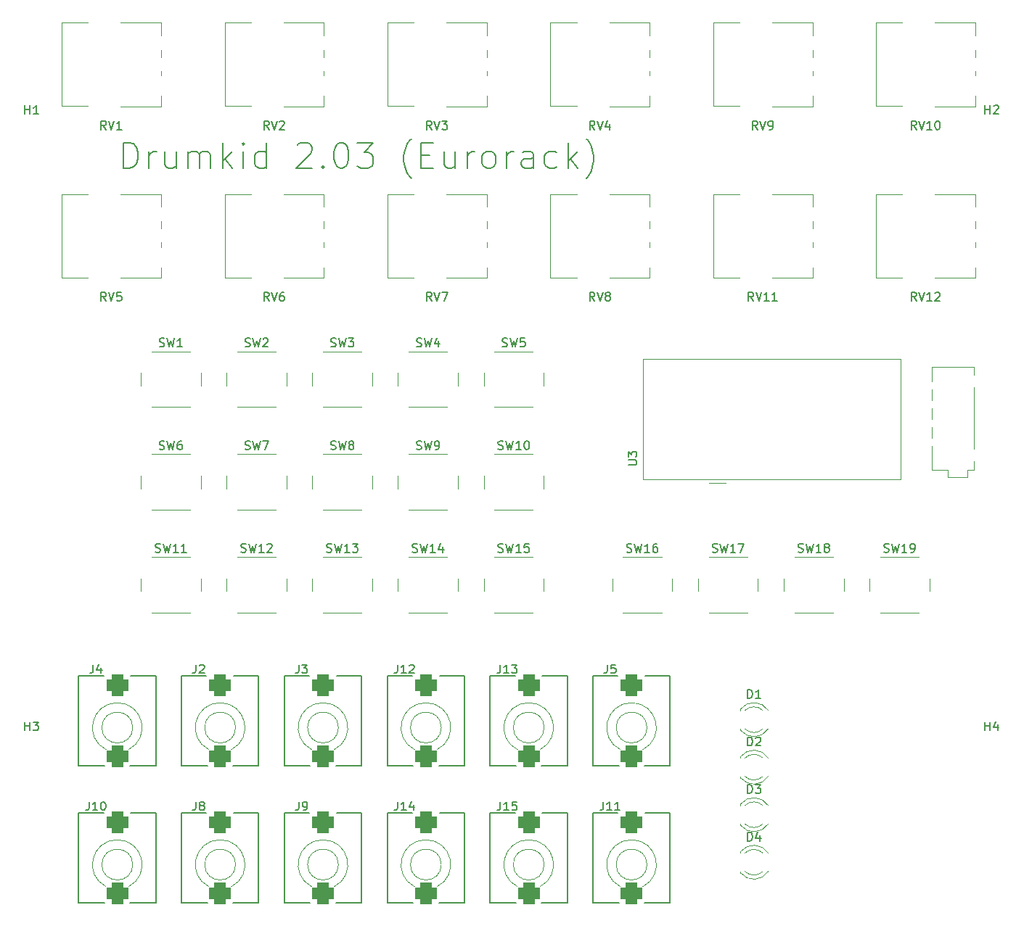
<source format=gbr>
%TF.GenerationSoftware,KiCad,Pcbnew,7.0.2*%
%TF.CreationDate,2024-07-09T14:04:18+01:00*%
%TF.ProjectId,dk2_03_top,646b325f-3033-45f7-946f-702e6b696361,rev?*%
%TF.SameCoordinates,Original*%
%TF.FileFunction,Legend,Top*%
%TF.FilePolarity,Positive*%
%FSLAX46Y46*%
G04 Gerber Fmt 4.6, Leading zero omitted, Abs format (unit mm)*
G04 Created by KiCad (PCBNEW 7.0.2) date 2024-07-09 14:04:18*
%MOMM*%
%LPD*%
G01*
G04 APERTURE LIST*
G04 Aperture macros list*
%AMRoundRect*
0 Rectangle with rounded corners*
0 $1 Rounding radius*
0 $2 $3 $4 $5 $6 $7 $8 $9 X,Y pos of 4 corners*
0 Add a 4 corners polygon primitive as box body*
4,1,4,$2,$3,$4,$5,$6,$7,$8,$9,$2,$3,0*
0 Add four circle primitives for the rounded corners*
1,1,$1+$1,$2,$3*
1,1,$1+$1,$4,$5*
1,1,$1+$1,$6,$7*
1,1,$1+$1,$8,$9*
0 Add four rect primitives between the rounded corners*
20,1,$1+$1,$2,$3,$4,$5,0*
20,1,$1+$1,$4,$5,$6,$7,0*
20,1,$1+$1,$6,$7,$8,$9,0*
20,1,$1+$1,$8,$9,$2,$3,0*%
G04 Aperture macros list end*
%ADD10C,0.150000*%
%ADD11C,0.120000*%
%ADD12C,0.200000*%
%ADD13C,0.080000*%
%ADD14C,0.060000*%
%ADD15C,2.000000*%
%ADD16O,3.240000X2.720000*%
%ADD17R,1.800000X1.800000*%
%ADD18C,1.800000*%
%ADD19O,3.100000X2.300000*%
%ADD20RoundRect,0.650000X-0.650000X-0.650000X0.650000X-0.650000X0.650000X0.650000X-0.650000X0.650000X0*%
%ADD21C,3.200000*%
%ADD22R,1.500000X1.500000*%
%ADD23C,1.500000*%
%ADD24C,1.050000*%
%ADD25R,1.350000X1.350000*%
%ADD26R,1.700000X1.700000*%
%ADD27O,1.700000X1.700000*%
G04 APERTURE END LIST*
D10*
X84714285Y-58632857D02*
X84714285Y-55632857D01*
X84714285Y-55632857D02*
X85428571Y-55632857D01*
X85428571Y-55632857D02*
X85857142Y-55775714D01*
X85857142Y-55775714D02*
X86142857Y-56061428D01*
X86142857Y-56061428D02*
X86285714Y-56347142D01*
X86285714Y-56347142D02*
X86428571Y-56918571D01*
X86428571Y-56918571D02*
X86428571Y-57347142D01*
X86428571Y-57347142D02*
X86285714Y-57918571D01*
X86285714Y-57918571D02*
X86142857Y-58204285D01*
X86142857Y-58204285D02*
X85857142Y-58490000D01*
X85857142Y-58490000D02*
X85428571Y-58632857D01*
X85428571Y-58632857D02*
X84714285Y-58632857D01*
X87714285Y-58632857D02*
X87714285Y-56632857D01*
X87714285Y-57204285D02*
X87857142Y-56918571D01*
X87857142Y-56918571D02*
X88000000Y-56775714D01*
X88000000Y-56775714D02*
X88285714Y-56632857D01*
X88285714Y-56632857D02*
X88571428Y-56632857D01*
X90857143Y-56632857D02*
X90857143Y-58632857D01*
X89571428Y-56632857D02*
X89571428Y-58204285D01*
X89571428Y-58204285D02*
X89714285Y-58490000D01*
X89714285Y-58490000D02*
X90000000Y-58632857D01*
X90000000Y-58632857D02*
X90428571Y-58632857D01*
X90428571Y-58632857D02*
X90714285Y-58490000D01*
X90714285Y-58490000D02*
X90857143Y-58347142D01*
X92285714Y-58632857D02*
X92285714Y-56632857D01*
X92285714Y-56918571D02*
X92428571Y-56775714D01*
X92428571Y-56775714D02*
X92714286Y-56632857D01*
X92714286Y-56632857D02*
X93142857Y-56632857D01*
X93142857Y-56632857D02*
X93428571Y-56775714D01*
X93428571Y-56775714D02*
X93571429Y-57061428D01*
X93571429Y-57061428D02*
X93571429Y-58632857D01*
X93571429Y-57061428D02*
X93714286Y-56775714D01*
X93714286Y-56775714D02*
X94000000Y-56632857D01*
X94000000Y-56632857D02*
X94428571Y-56632857D01*
X94428571Y-56632857D02*
X94714286Y-56775714D01*
X94714286Y-56775714D02*
X94857143Y-57061428D01*
X94857143Y-57061428D02*
X94857143Y-58632857D01*
X96285714Y-58632857D02*
X96285714Y-55632857D01*
X96571429Y-57490000D02*
X97428571Y-58632857D01*
X97428571Y-56632857D02*
X96285714Y-57775714D01*
X98714285Y-58632857D02*
X98714285Y-56632857D01*
X98714285Y-55632857D02*
X98571428Y-55775714D01*
X98571428Y-55775714D02*
X98714285Y-55918571D01*
X98714285Y-55918571D02*
X98857142Y-55775714D01*
X98857142Y-55775714D02*
X98714285Y-55632857D01*
X98714285Y-55632857D02*
X98714285Y-55918571D01*
X101428571Y-58632857D02*
X101428571Y-55632857D01*
X101428571Y-58490000D02*
X101142856Y-58632857D01*
X101142856Y-58632857D02*
X100571428Y-58632857D01*
X100571428Y-58632857D02*
X100285713Y-58490000D01*
X100285713Y-58490000D02*
X100142856Y-58347142D01*
X100142856Y-58347142D02*
X99999999Y-58061428D01*
X99999999Y-58061428D02*
X99999999Y-57204285D01*
X99999999Y-57204285D02*
X100142856Y-56918571D01*
X100142856Y-56918571D02*
X100285713Y-56775714D01*
X100285713Y-56775714D02*
X100571428Y-56632857D01*
X100571428Y-56632857D02*
X101142856Y-56632857D01*
X101142856Y-56632857D02*
X101428571Y-56775714D01*
X104999999Y-55918571D02*
X105142856Y-55775714D01*
X105142856Y-55775714D02*
X105428571Y-55632857D01*
X105428571Y-55632857D02*
X106142856Y-55632857D01*
X106142856Y-55632857D02*
X106428571Y-55775714D01*
X106428571Y-55775714D02*
X106571428Y-55918571D01*
X106571428Y-55918571D02*
X106714285Y-56204285D01*
X106714285Y-56204285D02*
X106714285Y-56490000D01*
X106714285Y-56490000D02*
X106571428Y-56918571D01*
X106571428Y-56918571D02*
X104857142Y-58632857D01*
X104857142Y-58632857D02*
X106714285Y-58632857D01*
X107999999Y-58347142D02*
X108142856Y-58490000D01*
X108142856Y-58490000D02*
X107999999Y-58632857D01*
X107999999Y-58632857D02*
X107857142Y-58490000D01*
X107857142Y-58490000D02*
X107999999Y-58347142D01*
X107999999Y-58347142D02*
X107999999Y-58632857D01*
X109999999Y-55632857D02*
X110285713Y-55632857D01*
X110285713Y-55632857D02*
X110571427Y-55775714D01*
X110571427Y-55775714D02*
X110714285Y-55918571D01*
X110714285Y-55918571D02*
X110857142Y-56204285D01*
X110857142Y-56204285D02*
X110999999Y-56775714D01*
X110999999Y-56775714D02*
X110999999Y-57490000D01*
X110999999Y-57490000D02*
X110857142Y-58061428D01*
X110857142Y-58061428D02*
X110714285Y-58347142D01*
X110714285Y-58347142D02*
X110571427Y-58490000D01*
X110571427Y-58490000D02*
X110285713Y-58632857D01*
X110285713Y-58632857D02*
X109999999Y-58632857D01*
X109999999Y-58632857D02*
X109714285Y-58490000D01*
X109714285Y-58490000D02*
X109571427Y-58347142D01*
X109571427Y-58347142D02*
X109428570Y-58061428D01*
X109428570Y-58061428D02*
X109285713Y-57490000D01*
X109285713Y-57490000D02*
X109285713Y-56775714D01*
X109285713Y-56775714D02*
X109428570Y-56204285D01*
X109428570Y-56204285D02*
X109571427Y-55918571D01*
X109571427Y-55918571D02*
X109714285Y-55775714D01*
X109714285Y-55775714D02*
X109999999Y-55632857D01*
X111999999Y-55632857D02*
X113857142Y-55632857D01*
X113857142Y-55632857D02*
X112857142Y-56775714D01*
X112857142Y-56775714D02*
X113285713Y-56775714D01*
X113285713Y-56775714D02*
X113571428Y-56918571D01*
X113571428Y-56918571D02*
X113714285Y-57061428D01*
X113714285Y-57061428D02*
X113857142Y-57347142D01*
X113857142Y-57347142D02*
X113857142Y-58061428D01*
X113857142Y-58061428D02*
X113714285Y-58347142D01*
X113714285Y-58347142D02*
X113571428Y-58490000D01*
X113571428Y-58490000D02*
X113285713Y-58632857D01*
X113285713Y-58632857D02*
X112428570Y-58632857D01*
X112428570Y-58632857D02*
X112142856Y-58490000D01*
X112142856Y-58490000D02*
X111999999Y-58347142D01*
X118285713Y-59775714D02*
X118142856Y-59632857D01*
X118142856Y-59632857D02*
X117857142Y-59204285D01*
X117857142Y-59204285D02*
X117714285Y-58918571D01*
X117714285Y-58918571D02*
X117571427Y-58490000D01*
X117571427Y-58490000D02*
X117428570Y-57775714D01*
X117428570Y-57775714D02*
X117428570Y-57204285D01*
X117428570Y-57204285D02*
X117571427Y-56490000D01*
X117571427Y-56490000D02*
X117714285Y-56061428D01*
X117714285Y-56061428D02*
X117857142Y-55775714D01*
X117857142Y-55775714D02*
X118142856Y-55347142D01*
X118142856Y-55347142D02*
X118285713Y-55204285D01*
X119428570Y-57061428D02*
X120428570Y-57061428D01*
X120857142Y-58632857D02*
X119428570Y-58632857D01*
X119428570Y-58632857D02*
X119428570Y-55632857D01*
X119428570Y-55632857D02*
X120857142Y-55632857D01*
X123428571Y-56632857D02*
X123428571Y-58632857D01*
X122142856Y-56632857D02*
X122142856Y-58204285D01*
X122142856Y-58204285D02*
X122285713Y-58490000D01*
X122285713Y-58490000D02*
X122571428Y-58632857D01*
X122571428Y-58632857D02*
X122999999Y-58632857D01*
X122999999Y-58632857D02*
X123285713Y-58490000D01*
X123285713Y-58490000D02*
X123428571Y-58347142D01*
X124857142Y-58632857D02*
X124857142Y-56632857D01*
X124857142Y-57204285D02*
X124999999Y-56918571D01*
X124999999Y-56918571D02*
X125142857Y-56775714D01*
X125142857Y-56775714D02*
X125428571Y-56632857D01*
X125428571Y-56632857D02*
X125714285Y-56632857D01*
X127142857Y-58632857D02*
X126857142Y-58490000D01*
X126857142Y-58490000D02*
X126714285Y-58347142D01*
X126714285Y-58347142D02*
X126571428Y-58061428D01*
X126571428Y-58061428D02*
X126571428Y-57204285D01*
X126571428Y-57204285D02*
X126714285Y-56918571D01*
X126714285Y-56918571D02*
X126857142Y-56775714D01*
X126857142Y-56775714D02*
X127142857Y-56632857D01*
X127142857Y-56632857D02*
X127571428Y-56632857D01*
X127571428Y-56632857D02*
X127857142Y-56775714D01*
X127857142Y-56775714D02*
X128000000Y-56918571D01*
X128000000Y-56918571D02*
X128142857Y-57204285D01*
X128142857Y-57204285D02*
X128142857Y-58061428D01*
X128142857Y-58061428D02*
X128000000Y-58347142D01*
X128000000Y-58347142D02*
X127857142Y-58490000D01*
X127857142Y-58490000D02*
X127571428Y-58632857D01*
X127571428Y-58632857D02*
X127142857Y-58632857D01*
X129428571Y-58632857D02*
X129428571Y-56632857D01*
X129428571Y-57204285D02*
X129571428Y-56918571D01*
X129571428Y-56918571D02*
X129714286Y-56775714D01*
X129714286Y-56775714D02*
X130000000Y-56632857D01*
X130000000Y-56632857D02*
X130285714Y-56632857D01*
X132571429Y-58632857D02*
X132571429Y-57061428D01*
X132571429Y-57061428D02*
X132428571Y-56775714D01*
X132428571Y-56775714D02*
X132142857Y-56632857D01*
X132142857Y-56632857D02*
X131571429Y-56632857D01*
X131571429Y-56632857D02*
X131285714Y-56775714D01*
X132571429Y-58490000D02*
X132285714Y-58632857D01*
X132285714Y-58632857D02*
X131571429Y-58632857D01*
X131571429Y-58632857D02*
X131285714Y-58490000D01*
X131285714Y-58490000D02*
X131142857Y-58204285D01*
X131142857Y-58204285D02*
X131142857Y-57918571D01*
X131142857Y-57918571D02*
X131285714Y-57632857D01*
X131285714Y-57632857D02*
X131571429Y-57490000D01*
X131571429Y-57490000D02*
X132285714Y-57490000D01*
X132285714Y-57490000D02*
X132571429Y-57347142D01*
X135285715Y-58490000D02*
X135000000Y-58632857D01*
X135000000Y-58632857D02*
X134428572Y-58632857D01*
X134428572Y-58632857D02*
X134142857Y-58490000D01*
X134142857Y-58490000D02*
X134000000Y-58347142D01*
X134000000Y-58347142D02*
X133857143Y-58061428D01*
X133857143Y-58061428D02*
X133857143Y-57204285D01*
X133857143Y-57204285D02*
X134000000Y-56918571D01*
X134000000Y-56918571D02*
X134142857Y-56775714D01*
X134142857Y-56775714D02*
X134428572Y-56632857D01*
X134428572Y-56632857D02*
X135000000Y-56632857D01*
X135000000Y-56632857D02*
X135285715Y-56775714D01*
X136571429Y-58632857D02*
X136571429Y-55632857D01*
X136857144Y-57490000D02*
X137714286Y-58632857D01*
X137714286Y-56632857D02*
X136571429Y-57775714D01*
X138714286Y-59775714D02*
X138857143Y-59632857D01*
X138857143Y-59632857D02*
X139142857Y-59204285D01*
X139142857Y-59204285D02*
X139285715Y-58918571D01*
X139285715Y-58918571D02*
X139428572Y-58490000D01*
X139428572Y-58490000D02*
X139571429Y-57775714D01*
X139571429Y-57775714D02*
X139571429Y-57204285D01*
X139571429Y-57204285D02*
X139428572Y-56490000D01*
X139428572Y-56490000D02*
X139285715Y-56061428D01*
X139285715Y-56061428D02*
X139142857Y-55775714D01*
X139142857Y-55775714D02*
X138857143Y-55347142D01*
X138857143Y-55347142D02*
X138714286Y-55204285D01*
%TO.C,SW10*%
X128440476Y-91415000D02*
X128583333Y-91462619D01*
X128583333Y-91462619D02*
X128821428Y-91462619D01*
X128821428Y-91462619D02*
X128916666Y-91415000D01*
X128916666Y-91415000D02*
X128964285Y-91367380D01*
X128964285Y-91367380D02*
X129011904Y-91272142D01*
X129011904Y-91272142D02*
X129011904Y-91176904D01*
X129011904Y-91176904D02*
X128964285Y-91081666D01*
X128964285Y-91081666D02*
X128916666Y-91034047D01*
X128916666Y-91034047D02*
X128821428Y-90986428D01*
X128821428Y-90986428D02*
X128630952Y-90938809D01*
X128630952Y-90938809D02*
X128535714Y-90891190D01*
X128535714Y-90891190D02*
X128488095Y-90843571D01*
X128488095Y-90843571D02*
X128440476Y-90748333D01*
X128440476Y-90748333D02*
X128440476Y-90653095D01*
X128440476Y-90653095D02*
X128488095Y-90557857D01*
X128488095Y-90557857D02*
X128535714Y-90510238D01*
X128535714Y-90510238D02*
X128630952Y-90462619D01*
X128630952Y-90462619D02*
X128869047Y-90462619D01*
X128869047Y-90462619D02*
X129011904Y-90510238D01*
X129345238Y-90462619D02*
X129583333Y-91462619D01*
X129583333Y-91462619D02*
X129773809Y-90748333D01*
X129773809Y-90748333D02*
X129964285Y-91462619D01*
X129964285Y-91462619D02*
X130202381Y-90462619D01*
X131107142Y-91462619D02*
X130535714Y-91462619D01*
X130821428Y-91462619D02*
X130821428Y-90462619D01*
X130821428Y-90462619D02*
X130726190Y-90605476D01*
X130726190Y-90605476D02*
X130630952Y-90700714D01*
X130630952Y-90700714D02*
X130535714Y-90748333D01*
X131726190Y-90462619D02*
X131821428Y-90462619D01*
X131821428Y-90462619D02*
X131916666Y-90510238D01*
X131916666Y-90510238D02*
X131964285Y-90557857D01*
X131964285Y-90557857D02*
X132011904Y-90653095D01*
X132011904Y-90653095D02*
X132059523Y-90843571D01*
X132059523Y-90843571D02*
X132059523Y-91081666D01*
X132059523Y-91081666D02*
X132011904Y-91272142D01*
X132011904Y-91272142D02*
X131964285Y-91367380D01*
X131964285Y-91367380D02*
X131916666Y-91415000D01*
X131916666Y-91415000D02*
X131821428Y-91462619D01*
X131821428Y-91462619D02*
X131726190Y-91462619D01*
X131726190Y-91462619D02*
X131630952Y-91415000D01*
X131630952Y-91415000D02*
X131583333Y-91367380D01*
X131583333Y-91367380D02*
X131535714Y-91272142D01*
X131535714Y-91272142D02*
X131488095Y-91081666D01*
X131488095Y-91081666D02*
X131488095Y-90843571D01*
X131488095Y-90843571D02*
X131535714Y-90653095D01*
X131535714Y-90653095D02*
X131583333Y-90557857D01*
X131583333Y-90557857D02*
X131630952Y-90510238D01*
X131630952Y-90510238D02*
X131726190Y-90462619D01*
%TO.C,SW8*%
X108916667Y-91415000D02*
X109059524Y-91462619D01*
X109059524Y-91462619D02*
X109297619Y-91462619D01*
X109297619Y-91462619D02*
X109392857Y-91415000D01*
X109392857Y-91415000D02*
X109440476Y-91367380D01*
X109440476Y-91367380D02*
X109488095Y-91272142D01*
X109488095Y-91272142D02*
X109488095Y-91176904D01*
X109488095Y-91176904D02*
X109440476Y-91081666D01*
X109440476Y-91081666D02*
X109392857Y-91034047D01*
X109392857Y-91034047D02*
X109297619Y-90986428D01*
X109297619Y-90986428D02*
X109107143Y-90938809D01*
X109107143Y-90938809D02*
X109011905Y-90891190D01*
X109011905Y-90891190D02*
X108964286Y-90843571D01*
X108964286Y-90843571D02*
X108916667Y-90748333D01*
X108916667Y-90748333D02*
X108916667Y-90653095D01*
X108916667Y-90653095D02*
X108964286Y-90557857D01*
X108964286Y-90557857D02*
X109011905Y-90510238D01*
X109011905Y-90510238D02*
X109107143Y-90462619D01*
X109107143Y-90462619D02*
X109345238Y-90462619D01*
X109345238Y-90462619D02*
X109488095Y-90510238D01*
X109821429Y-90462619D02*
X110059524Y-91462619D01*
X110059524Y-91462619D02*
X110250000Y-90748333D01*
X110250000Y-90748333D02*
X110440476Y-91462619D01*
X110440476Y-91462619D02*
X110678572Y-90462619D01*
X111202381Y-90891190D02*
X111107143Y-90843571D01*
X111107143Y-90843571D02*
X111059524Y-90795952D01*
X111059524Y-90795952D02*
X111011905Y-90700714D01*
X111011905Y-90700714D02*
X111011905Y-90653095D01*
X111011905Y-90653095D02*
X111059524Y-90557857D01*
X111059524Y-90557857D02*
X111107143Y-90510238D01*
X111107143Y-90510238D02*
X111202381Y-90462619D01*
X111202381Y-90462619D02*
X111392857Y-90462619D01*
X111392857Y-90462619D02*
X111488095Y-90510238D01*
X111488095Y-90510238D02*
X111535714Y-90557857D01*
X111535714Y-90557857D02*
X111583333Y-90653095D01*
X111583333Y-90653095D02*
X111583333Y-90700714D01*
X111583333Y-90700714D02*
X111535714Y-90795952D01*
X111535714Y-90795952D02*
X111488095Y-90843571D01*
X111488095Y-90843571D02*
X111392857Y-90891190D01*
X111392857Y-90891190D02*
X111202381Y-90891190D01*
X111202381Y-90891190D02*
X111107143Y-90938809D01*
X111107143Y-90938809D02*
X111059524Y-90986428D01*
X111059524Y-90986428D02*
X111011905Y-91081666D01*
X111011905Y-91081666D02*
X111011905Y-91272142D01*
X111011905Y-91272142D02*
X111059524Y-91367380D01*
X111059524Y-91367380D02*
X111107143Y-91415000D01*
X111107143Y-91415000D02*
X111202381Y-91462619D01*
X111202381Y-91462619D02*
X111392857Y-91462619D01*
X111392857Y-91462619D02*
X111488095Y-91415000D01*
X111488095Y-91415000D02*
X111535714Y-91367380D01*
X111535714Y-91367380D02*
X111583333Y-91272142D01*
X111583333Y-91272142D02*
X111583333Y-91081666D01*
X111583333Y-91081666D02*
X111535714Y-90986428D01*
X111535714Y-90986428D02*
X111488095Y-90938809D01*
X111488095Y-90938809D02*
X111392857Y-90891190D01*
%TO.C,RV3*%
X120694761Y-54102619D02*
X120361428Y-53626428D01*
X120123333Y-54102619D02*
X120123333Y-53102619D01*
X120123333Y-53102619D02*
X120504285Y-53102619D01*
X120504285Y-53102619D02*
X120599523Y-53150238D01*
X120599523Y-53150238D02*
X120647142Y-53197857D01*
X120647142Y-53197857D02*
X120694761Y-53293095D01*
X120694761Y-53293095D02*
X120694761Y-53435952D01*
X120694761Y-53435952D02*
X120647142Y-53531190D01*
X120647142Y-53531190D02*
X120599523Y-53578809D01*
X120599523Y-53578809D02*
X120504285Y-53626428D01*
X120504285Y-53626428D02*
X120123333Y-53626428D01*
X120980476Y-53102619D02*
X121313809Y-54102619D01*
X121313809Y-54102619D02*
X121647142Y-53102619D01*
X121885238Y-53102619D02*
X122504285Y-53102619D01*
X122504285Y-53102619D02*
X122170952Y-53483571D01*
X122170952Y-53483571D02*
X122313809Y-53483571D01*
X122313809Y-53483571D02*
X122409047Y-53531190D01*
X122409047Y-53531190D02*
X122456666Y-53578809D01*
X122456666Y-53578809D02*
X122504285Y-53674047D01*
X122504285Y-53674047D02*
X122504285Y-53912142D01*
X122504285Y-53912142D02*
X122456666Y-54007380D01*
X122456666Y-54007380D02*
X122409047Y-54055000D01*
X122409047Y-54055000D02*
X122313809Y-54102619D01*
X122313809Y-54102619D02*
X122028095Y-54102619D01*
X122028095Y-54102619D02*
X121932857Y-54055000D01*
X121932857Y-54055000D02*
X121885238Y-54007380D01*
%TO.C,J2*%
X93166666Y-116582619D02*
X93166666Y-117296904D01*
X93166666Y-117296904D02*
X93119047Y-117439761D01*
X93119047Y-117439761D02*
X93023809Y-117535000D01*
X93023809Y-117535000D02*
X92880952Y-117582619D01*
X92880952Y-117582619D02*
X92785714Y-117582619D01*
X93595238Y-116677857D02*
X93642857Y-116630238D01*
X93642857Y-116630238D02*
X93738095Y-116582619D01*
X93738095Y-116582619D02*
X93976190Y-116582619D01*
X93976190Y-116582619D02*
X94071428Y-116630238D01*
X94071428Y-116630238D02*
X94119047Y-116677857D01*
X94119047Y-116677857D02*
X94166666Y-116773095D01*
X94166666Y-116773095D02*
X94166666Y-116868333D01*
X94166666Y-116868333D02*
X94119047Y-117011190D01*
X94119047Y-117011190D02*
X93547619Y-117582619D01*
X93547619Y-117582619D02*
X94166666Y-117582619D01*
%TO.C,J13*%
X128690476Y-116582619D02*
X128690476Y-117296904D01*
X128690476Y-117296904D02*
X128642857Y-117439761D01*
X128642857Y-117439761D02*
X128547619Y-117535000D01*
X128547619Y-117535000D02*
X128404762Y-117582619D01*
X128404762Y-117582619D02*
X128309524Y-117582619D01*
X129690476Y-117582619D02*
X129119048Y-117582619D01*
X129404762Y-117582619D02*
X129404762Y-116582619D01*
X129404762Y-116582619D02*
X129309524Y-116725476D01*
X129309524Y-116725476D02*
X129214286Y-116820714D01*
X129214286Y-116820714D02*
X129119048Y-116868333D01*
X130023810Y-116582619D02*
X130642857Y-116582619D01*
X130642857Y-116582619D02*
X130309524Y-116963571D01*
X130309524Y-116963571D02*
X130452381Y-116963571D01*
X130452381Y-116963571D02*
X130547619Y-117011190D01*
X130547619Y-117011190D02*
X130595238Y-117058809D01*
X130595238Y-117058809D02*
X130642857Y-117154047D01*
X130642857Y-117154047D02*
X130642857Y-117392142D01*
X130642857Y-117392142D02*
X130595238Y-117487380D01*
X130595238Y-117487380D02*
X130547619Y-117535000D01*
X130547619Y-117535000D02*
X130452381Y-117582619D01*
X130452381Y-117582619D02*
X130166667Y-117582619D01*
X130166667Y-117582619D02*
X130071429Y-117535000D01*
X130071429Y-117535000D02*
X130023810Y-117487380D01*
%TO.C,RV8*%
X139694761Y-74102619D02*
X139361428Y-73626428D01*
X139123333Y-74102619D02*
X139123333Y-73102619D01*
X139123333Y-73102619D02*
X139504285Y-73102619D01*
X139504285Y-73102619D02*
X139599523Y-73150238D01*
X139599523Y-73150238D02*
X139647142Y-73197857D01*
X139647142Y-73197857D02*
X139694761Y-73293095D01*
X139694761Y-73293095D02*
X139694761Y-73435952D01*
X139694761Y-73435952D02*
X139647142Y-73531190D01*
X139647142Y-73531190D02*
X139599523Y-73578809D01*
X139599523Y-73578809D02*
X139504285Y-73626428D01*
X139504285Y-73626428D02*
X139123333Y-73626428D01*
X139980476Y-73102619D02*
X140313809Y-74102619D01*
X140313809Y-74102619D02*
X140647142Y-73102619D01*
X141123333Y-73531190D02*
X141028095Y-73483571D01*
X141028095Y-73483571D02*
X140980476Y-73435952D01*
X140980476Y-73435952D02*
X140932857Y-73340714D01*
X140932857Y-73340714D02*
X140932857Y-73293095D01*
X140932857Y-73293095D02*
X140980476Y-73197857D01*
X140980476Y-73197857D02*
X141028095Y-73150238D01*
X141028095Y-73150238D02*
X141123333Y-73102619D01*
X141123333Y-73102619D02*
X141313809Y-73102619D01*
X141313809Y-73102619D02*
X141409047Y-73150238D01*
X141409047Y-73150238D02*
X141456666Y-73197857D01*
X141456666Y-73197857D02*
X141504285Y-73293095D01*
X141504285Y-73293095D02*
X141504285Y-73340714D01*
X141504285Y-73340714D02*
X141456666Y-73435952D01*
X141456666Y-73435952D02*
X141409047Y-73483571D01*
X141409047Y-73483571D02*
X141313809Y-73531190D01*
X141313809Y-73531190D02*
X141123333Y-73531190D01*
X141123333Y-73531190D02*
X141028095Y-73578809D01*
X141028095Y-73578809D02*
X140980476Y-73626428D01*
X140980476Y-73626428D02*
X140932857Y-73721666D01*
X140932857Y-73721666D02*
X140932857Y-73912142D01*
X140932857Y-73912142D02*
X140980476Y-74007380D01*
X140980476Y-74007380D02*
X141028095Y-74055000D01*
X141028095Y-74055000D02*
X141123333Y-74102619D01*
X141123333Y-74102619D02*
X141313809Y-74102619D01*
X141313809Y-74102619D02*
X141409047Y-74055000D01*
X141409047Y-74055000D02*
X141456666Y-74007380D01*
X141456666Y-74007380D02*
X141504285Y-73912142D01*
X141504285Y-73912142D02*
X141504285Y-73721666D01*
X141504285Y-73721666D02*
X141456666Y-73626428D01*
X141456666Y-73626428D02*
X141409047Y-73578809D01*
X141409047Y-73578809D02*
X141313809Y-73531190D01*
%TO.C,J12*%
X116690476Y-116582619D02*
X116690476Y-117296904D01*
X116690476Y-117296904D02*
X116642857Y-117439761D01*
X116642857Y-117439761D02*
X116547619Y-117535000D01*
X116547619Y-117535000D02*
X116404762Y-117582619D01*
X116404762Y-117582619D02*
X116309524Y-117582619D01*
X117690476Y-117582619D02*
X117119048Y-117582619D01*
X117404762Y-117582619D02*
X117404762Y-116582619D01*
X117404762Y-116582619D02*
X117309524Y-116725476D01*
X117309524Y-116725476D02*
X117214286Y-116820714D01*
X117214286Y-116820714D02*
X117119048Y-116868333D01*
X118071429Y-116677857D02*
X118119048Y-116630238D01*
X118119048Y-116630238D02*
X118214286Y-116582619D01*
X118214286Y-116582619D02*
X118452381Y-116582619D01*
X118452381Y-116582619D02*
X118547619Y-116630238D01*
X118547619Y-116630238D02*
X118595238Y-116677857D01*
X118595238Y-116677857D02*
X118642857Y-116773095D01*
X118642857Y-116773095D02*
X118642857Y-116868333D01*
X118642857Y-116868333D02*
X118595238Y-117011190D01*
X118595238Y-117011190D02*
X118023810Y-117582619D01*
X118023810Y-117582619D02*
X118642857Y-117582619D01*
%TO.C,SW19*%
X173440476Y-103415000D02*
X173583333Y-103462619D01*
X173583333Y-103462619D02*
X173821428Y-103462619D01*
X173821428Y-103462619D02*
X173916666Y-103415000D01*
X173916666Y-103415000D02*
X173964285Y-103367380D01*
X173964285Y-103367380D02*
X174011904Y-103272142D01*
X174011904Y-103272142D02*
X174011904Y-103176904D01*
X174011904Y-103176904D02*
X173964285Y-103081666D01*
X173964285Y-103081666D02*
X173916666Y-103034047D01*
X173916666Y-103034047D02*
X173821428Y-102986428D01*
X173821428Y-102986428D02*
X173630952Y-102938809D01*
X173630952Y-102938809D02*
X173535714Y-102891190D01*
X173535714Y-102891190D02*
X173488095Y-102843571D01*
X173488095Y-102843571D02*
X173440476Y-102748333D01*
X173440476Y-102748333D02*
X173440476Y-102653095D01*
X173440476Y-102653095D02*
X173488095Y-102557857D01*
X173488095Y-102557857D02*
X173535714Y-102510238D01*
X173535714Y-102510238D02*
X173630952Y-102462619D01*
X173630952Y-102462619D02*
X173869047Y-102462619D01*
X173869047Y-102462619D02*
X174011904Y-102510238D01*
X174345238Y-102462619D02*
X174583333Y-103462619D01*
X174583333Y-103462619D02*
X174773809Y-102748333D01*
X174773809Y-102748333D02*
X174964285Y-103462619D01*
X174964285Y-103462619D02*
X175202381Y-102462619D01*
X176107142Y-103462619D02*
X175535714Y-103462619D01*
X175821428Y-103462619D02*
X175821428Y-102462619D01*
X175821428Y-102462619D02*
X175726190Y-102605476D01*
X175726190Y-102605476D02*
X175630952Y-102700714D01*
X175630952Y-102700714D02*
X175535714Y-102748333D01*
X176583333Y-103462619D02*
X176773809Y-103462619D01*
X176773809Y-103462619D02*
X176869047Y-103415000D01*
X176869047Y-103415000D02*
X176916666Y-103367380D01*
X176916666Y-103367380D02*
X177011904Y-103224523D01*
X177011904Y-103224523D02*
X177059523Y-103034047D01*
X177059523Y-103034047D02*
X177059523Y-102653095D01*
X177059523Y-102653095D02*
X177011904Y-102557857D01*
X177011904Y-102557857D02*
X176964285Y-102510238D01*
X176964285Y-102510238D02*
X176869047Y-102462619D01*
X176869047Y-102462619D02*
X176678571Y-102462619D01*
X176678571Y-102462619D02*
X176583333Y-102510238D01*
X176583333Y-102510238D02*
X176535714Y-102557857D01*
X176535714Y-102557857D02*
X176488095Y-102653095D01*
X176488095Y-102653095D02*
X176488095Y-102891190D01*
X176488095Y-102891190D02*
X176535714Y-102986428D01*
X176535714Y-102986428D02*
X176583333Y-103034047D01*
X176583333Y-103034047D02*
X176678571Y-103081666D01*
X176678571Y-103081666D02*
X176869047Y-103081666D01*
X176869047Y-103081666D02*
X176964285Y-103034047D01*
X176964285Y-103034047D02*
X177011904Y-102986428D01*
X177011904Y-102986428D02*
X177059523Y-102891190D01*
%TO.C,H1*%
X73238095Y-52262619D02*
X73238095Y-51262619D01*
X73238095Y-51738809D02*
X73809523Y-51738809D01*
X73809523Y-52262619D02*
X73809523Y-51262619D01*
X74809523Y-52262619D02*
X74238095Y-52262619D01*
X74523809Y-52262619D02*
X74523809Y-51262619D01*
X74523809Y-51262619D02*
X74428571Y-51405476D01*
X74428571Y-51405476D02*
X74333333Y-51500714D01*
X74333333Y-51500714D02*
X74238095Y-51548333D01*
%TO.C,J11*%
X140690476Y-132582619D02*
X140690476Y-133296904D01*
X140690476Y-133296904D02*
X140642857Y-133439761D01*
X140642857Y-133439761D02*
X140547619Y-133535000D01*
X140547619Y-133535000D02*
X140404762Y-133582619D01*
X140404762Y-133582619D02*
X140309524Y-133582619D01*
X141690476Y-133582619D02*
X141119048Y-133582619D01*
X141404762Y-133582619D02*
X141404762Y-132582619D01*
X141404762Y-132582619D02*
X141309524Y-132725476D01*
X141309524Y-132725476D02*
X141214286Y-132820714D01*
X141214286Y-132820714D02*
X141119048Y-132868333D01*
X142642857Y-133582619D02*
X142071429Y-133582619D01*
X142357143Y-133582619D02*
X142357143Y-132582619D01*
X142357143Y-132582619D02*
X142261905Y-132725476D01*
X142261905Y-132725476D02*
X142166667Y-132820714D01*
X142166667Y-132820714D02*
X142071429Y-132868333D01*
%TO.C,RV4*%
X139694761Y-54102619D02*
X139361428Y-53626428D01*
X139123333Y-54102619D02*
X139123333Y-53102619D01*
X139123333Y-53102619D02*
X139504285Y-53102619D01*
X139504285Y-53102619D02*
X139599523Y-53150238D01*
X139599523Y-53150238D02*
X139647142Y-53197857D01*
X139647142Y-53197857D02*
X139694761Y-53293095D01*
X139694761Y-53293095D02*
X139694761Y-53435952D01*
X139694761Y-53435952D02*
X139647142Y-53531190D01*
X139647142Y-53531190D02*
X139599523Y-53578809D01*
X139599523Y-53578809D02*
X139504285Y-53626428D01*
X139504285Y-53626428D02*
X139123333Y-53626428D01*
X139980476Y-53102619D02*
X140313809Y-54102619D01*
X140313809Y-54102619D02*
X140647142Y-53102619D01*
X141409047Y-53435952D02*
X141409047Y-54102619D01*
X141170952Y-53055000D02*
X140932857Y-53769285D01*
X140932857Y-53769285D02*
X141551904Y-53769285D01*
%TO.C,SW3*%
X108916667Y-79415000D02*
X109059524Y-79462619D01*
X109059524Y-79462619D02*
X109297619Y-79462619D01*
X109297619Y-79462619D02*
X109392857Y-79415000D01*
X109392857Y-79415000D02*
X109440476Y-79367380D01*
X109440476Y-79367380D02*
X109488095Y-79272142D01*
X109488095Y-79272142D02*
X109488095Y-79176904D01*
X109488095Y-79176904D02*
X109440476Y-79081666D01*
X109440476Y-79081666D02*
X109392857Y-79034047D01*
X109392857Y-79034047D02*
X109297619Y-78986428D01*
X109297619Y-78986428D02*
X109107143Y-78938809D01*
X109107143Y-78938809D02*
X109011905Y-78891190D01*
X109011905Y-78891190D02*
X108964286Y-78843571D01*
X108964286Y-78843571D02*
X108916667Y-78748333D01*
X108916667Y-78748333D02*
X108916667Y-78653095D01*
X108916667Y-78653095D02*
X108964286Y-78557857D01*
X108964286Y-78557857D02*
X109011905Y-78510238D01*
X109011905Y-78510238D02*
X109107143Y-78462619D01*
X109107143Y-78462619D02*
X109345238Y-78462619D01*
X109345238Y-78462619D02*
X109488095Y-78510238D01*
X109821429Y-78462619D02*
X110059524Y-79462619D01*
X110059524Y-79462619D02*
X110250000Y-78748333D01*
X110250000Y-78748333D02*
X110440476Y-79462619D01*
X110440476Y-79462619D02*
X110678572Y-78462619D01*
X110964286Y-78462619D02*
X111583333Y-78462619D01*
X111583333Y-78462619D02*
X111250000Y-78843571D01*
X111250000Y-78843571D02*
X111392857Y-78843571D01*
X111392857Y-78843571D02*
X111488095Y-78891190D01*
X111488095Y-78891190D02*
X111535714Y-78938809D01*
X111535714Y-78938809D02*
X111583333Y-79034047D01*
X111583333Y-79034047D02*
X111583333Y-79272142D01*
X111583333Y-79272142D02*
X111535714Y-79367380D01*
X111535714Y-79367380D02*
X111488095Y-79415000D01*
X111488095Y-79415000D02*
X111392857Y-79462619D01*
X111392857Y-79462619D02*
X111107143Y-79462619D01*
X111107143Y-79462619D02*
X111011905Y-79415000D01*
X111011905Y-79415000D02*
X110964286Y-79367380D01*
%TO.C,RV1*%
X82694761Y-54102619D02*
X82361428Y-53626428D01*
X82123333Y-54102619D02*
X82123333Y-53102619D01*
X82123333Y-53102619D02*
X82504285Y-53102619D01*
X82504285Y-53102619D02*
X82599523Y-53150238D01*
X82599523Y-53150238D02*
X82647142Y-53197857D01*
X82647142Y-53197857D02*
X82694761Y-53293095D01*
X82694761Y-53293095D02*
X82694761Y-53435952D01*
X82694761Y-53435952D02*
X82647142Y-53531190D01*
X82647142Y-53531190D02*
X82599523Y-53578809D01*
X82599523Y-53578809D02*
X82504285Y-53626428D01*
X82504285Y-53626428D02*
X82123333Y-53626428D01*
X82980476Y-53102619D02*
X83313809Y-54102619D01*
X83313809Y-54102619D02*
X83647142Y-53102619D01*
X84504285Y-54102619D02*
X83932857Y-54102619D01*
X84218571Y-54102619D02*
X84218571Y-53102619D01*
X84218571Y-53102619D02*
X84123333Y-53245476D01*
X84123333Y-53245476D02*
X84028095Y-53340714D01*
X84028095Y-53340714D02*
X83932857Y-53388333D01*
%TO.C,RV10*%
X177218571Y-54102619D02*
X176885238Y-53626428D01*
X176647143Y-54102619D02*
X176647143Y-53102619D01*
X176647143Y-53102619D02*
X177028095Y-53102619D01*
X177028095Y-53102619D02*
X177123333Y-53150238D01*
X177123333Y-53150238D02*
X177170952Y-53197857D01*
X177170952Y-53197857D02*
X177218571Y-53293095D01*
X177218571Y-53293095D02*
X177218571Y-53435952D01*
X177218571Y-53435952D02*
X177170952Y-53531190D01*
X177170952Y-53531190D02*
X177123333Y-53578809D01*
X177123333Y-53578809D02*
X177028095Y-53626428D01*
X177028095Y-53626428D02*
X176647143Y-53626428D01*
X177504286Y-53102619D02*
X177837619Y-54102619D01*
X177837619Y-54102619D02*
X178170952Y-53102619D01*
X179028095Y-54102619D02*
X178456667Y-54102619D01*
X178742381Y-54102619D02*
X178742381Y-53102619D01*
X178742381Y-53102619D02*
X178647143Y-53245476D01*
X178647143Y-53245476D02*
X178551905Y-53340714D01*
X178551905Y-53340714D02*
X178456667Y-53388333D01*
X179647143Y-53102619D02*
X179742381Y-53102619D01*
X179742381Y-53102619D02*
X179837619Y-53150238D01*
X179837619Y-53150238D02*
X179885238Y-53197857D01*
X179885238Y-53197857D02*
X179932857Y-53293095D01*
X179932857Y-53293095D02*
X179980476Y-53483571D01*
X179980476Y-53483571D02*
X179980476Y-53721666D01*
X179980476Y-53721666D02*
X179932857Y-53912142D01*
X179932857Y-53912142D02*
X179885238Y-54007380D01*
X179885238Y-54007380D02*
X179837619Y-54055000D01*
X179837619Y-54055000D02*
X179742381Y-54102619D01*
X179742381Y-54102619D02*
X179647143Y-54102619D01*
X179647143Y-54102619D02*
X179551905Y-54055000D01*
X179551905Y-54055000D02*
X179504286Y-54007380D01*
X179504286Y-54007380D02*
X179456667Y-53912142D01*
X179456667Y-53912142D02*
X179409048Y-53721666D01*
X179409048Y-53721666D02*
X179409048Y-53483571D01*
X179409048Y-53483571D02*
X179456667Y-53293095D01*
X179456667Y-53293095D02*
X179504286Y-53197857D01*
X179504286Y-53197857D02*
X179551905Y-53150238D01*
X179551905Y-53150238D02*
X179647143Y-53102619D01*
%TO.C,J4*%
X81166666Y-116582619D02*
X81166666Y-117296904D01*
X81166666Y-117296904D02*
X81119047Y-117439761D01*
X81119047Y-117439761D02*
X81023809Y-117535000D01*
X81023809Y-117535000D02*
X80880952Y-117582619D01*
X80880952Y-117582619D02*
X80785714Y-117582619D01*
X82071428Y-116915952D02*
X82071428Y-117582619D01*
X81833333Y-116535000D02*
X81595238Y-117249285D01*
X81595238Y-117249285D02*
X82214285Y-117249285D01*
%TO.C,SW9*%
X118916667Y-91415000D02*
X119059524Y-91462619D01*
X119059524Y-91462619D02*
X119297619Y-91462619D01*
X119297619Y-91462619D02*
X119392857Y-91415000D01*
X119392857Y-91415000D02*
X119440476Y-91367380D01*
X119440476Y-91367380D02*
X119488095Y-91272142D01*
X119488095Y-91272142D02*
X119488095Y-91176904D01*
X119488095Y-91176904D02*
X119440476Y-91081666D01*
X119440476Y-91081666D02*
X119392857Y-91034047D01*
X119392857Y-91034047D02*
X119297619Y-90986428D01*
X119297619Y-90986428D02*
X119107143Y-90938809D01*
X119107143Y-90938809D02*
X119011905Y-90891190D01*
X119011905Y-90891190D02*
X118964286Y-90843571D01*
X118964286Y-90843571D02*
X118916667Y-90748333D01*
X118916667Y-90748333D02*
X118916667Y-90653095D01*
X118916667Y-90653095D02*
X118964286Y-90557857D01*
X118964286Y-90557857D02*
X119011905Y-90510238D01*
X119011905Y-90510238D02*
X119107143Y-90462619D01*
X119107143Y-90462619D02*
X119345238Y-90462619D01*
X119345238Y-90462619D02*
X119488095Y-90510238D01*
X119821429Y-90462619D02*
X120059524Y-91462619D01*
X120059524Y-91462619D02*
X120250000Y-90748333D01*
X120250000Y-90748333D02*
X120440476Y-91462619D01*
X120440476Y-91462619D02*
X120678572Y-90462619D01*
X121107143Y-91462619D02*
X121297619Y-91462619D01*
X121297619Y-91462619D02*
X121392857Y-91415000D01*
X121392857Y-91415000D02*
X121440476Y-91367380D01*
X121440476Y-91367380D02*
X121535714Y-91224523D01*
X121535714Y-91224523D02*
X121583333Y-91034047D01*
X121583333Y-91034047D02*
X121583333Y-90653095D01*
X121583333Y-90653095D02*
X121535714Y-90557857D01*
X121535714Y-90557857D02*
X121488095Y-90510238D01*
X121488095Y-90510238D02*
X121392857Y-90462619D01*
X121392857Y-90462619D02*
X121202381Y-90462619D01*
X121202381Y-90462619D02*
X121107143Y-90510238D01*
X121107143Y-90510238D02*
X121059524Y-90557857D01*
X121059524Y-90557857D02*
X121011905Y-90653095D01*
X121011905Y-90653095D02*
X121011905Y-90891190D01*
X121011905Y-90891190D02*
X121059524Y-90986428D01*
X121059524Y-90986428D02*
X121107143Y-91034047D01*
X121107143Y-91034047D02*
X121202381Y-91081666D01*
X121202381Y-91081666D02*
X121392857Y-91081666D01*
X121392857Y-91081666D02*
X121488095Y-91034047D01*
X121488095Y-91034047D02*
X121535714Y-90986428D01*
X121535714Y-90986428D02*
X121583333Y-90891190D01*
%TO.C,J14*%
X116690476Y-132582619D02*
X116690476Y-133296904D01*
X116690476Y-133296904D02*
X116642857Y-133439761D01*
X116642857Y-133439761D02*
X116547619Y-133535000D01*
X116547619Y-133535000D02*
X116404762Y-133582619D01*
X116404762Y-133582619D02*
X116309524Y-133582619D01*
X117690476Y-133582619D02*
X117119048Y-133582619D01*
X117404762Y-133582619D02*
X117404762Y-132582619D01*
X117404762Y-132582619D02*
X117309524Y-132725476D01*
X117309524Y-132725476D02*
X117214286Y-132820714D01*
X117214286Y-132820714D02*
X117119048Y-132868333D01*
X118547619Y-132915952D02*
X118547619Y-133582619D01*
X118309524Y-132535000D02*
X118071429Y-133249285D01*
X118071429Y-133249285D02*
X118690476Y-133249285D01*
%TO.C,J15*%
X128690476Y-132582619D02*
X128690476Y-133296904D01*
X128690476Y-133296904D02*
X128642857Y-133439761D01*
X128642857Y-133439761D02*
X128547619Y-133535000D01*
X128547619Y-133535000D02*
X128404762Y-133582619D01*
X128404762Y-133582619D02*
X128309524Y-133582619D01*
X129690476Y-133582619D02*
X129119048Y-133582619D01*
X129404762Y-133582619D02*
X129404762Y-132582619D01*
X129404762Y-132582619D02*
X129309524Y-132725476D01*
X129309524Y-132725476D02*
X129214286Y-132820714D01*
X129214286Y-132820714D02*
X129119048Y-132868333D01*
X130595238Y-132582619D02*
X130119048Y-132582619D01*
X130119048Y-132582619D02*
X130071429Y-133058809D01*
X130071429Y-133058809D02*
X130119048Y-133011190D01*
X130119048Y-133011190D02*
X130214286Y-132963571D01*
X130214286Y-132963571D02*
X130452381Y-132963571D01*
X130452381Y-132963571D02*
X130547619Y-133011190D01*
X130547619Y-133011190D02*
X130595238Y-133058809D01*
X130595238Y-133058809D02*
X130642857Y-133154047D01*
X130642857Y-133154047D02*
X130642857Y-133392142D01*
X130642857Y-133392142D02*
X130595238Y-133487380D01*
X130595238Y-133487380D02*
X130547619Y-133535000D01*
X130547619Y-133535000D02*
X130452381Y-133582619D01*
X130452381Y-133582619D02*
X130214286Y-133582619D01*
X130214286Y-133582619D02*
X130119048Y-133535000D01*
X130119048Y-133535000D02*
X130071429Y-133487380D01*
%TO.C,SW6*%
X88916667Y-91415000D02*
X89059524Y-91462619D01*
X89059524Y-91462619D02*
X89297619Y-91462619D01*
X89297619Y-91462619D02*
X89392857Y-91415000D01*
X89392857Y-91415000D02*
X89440476Y-91367380D01*
X89440476Y-91367380D02*
X89488095Y-91272142D01*
X89488095Y-91272142D02*
X89488095Y-91176904D01*
X89488095Y-91176904D02*
X89440476Y-91081666D01*
X89440476Y-91081666D02*
X89392857Y-91034047D01*
X89392857Y-91034047D02*
X89297619Y-90986428D01*
X89297619Y-90986428D02*
X89107143Y-90938809D01*
X89107143Y-90938809D02*
X89011905Y-90891190D01*
X89011905Y-90891190D02*
X88964286Y-90843571D01*
X88964286Y-90843571D02*
X88916667Y-90748333D01*
X88916667Y-90748333D02*
X88916667Y-90653095D01*
X88916667Y-90653095D02*
X88964286Y-90557857D01*
X88964286Y-90557857D02*
X89011905Y-90510238D01*
X89011905Y-90510238D02*
X89107143Y-90462619D01*
X89107143Y-90462619D02*
X89345238Y-90462619D01*
X89345238Y-90462619D02*
X89488095Y-90510238D01*
X89821429Y-90462619D02*
X90059524Y-91462619D01*
X90059524Y-91462619D02*
X90250000Y-90748333D01*
X90250000Y-90748333D02*
X90440476Y-91462619D01*
X90440476Y-91462619D02*
X90678572Y-90462619D01*
X91488095Y-90462619D02*
X91297619Y-90462619D01*
X91297619Y-90462619D02*
X91202381Y-90510238D01*
X91202381Y-90510238D02*
X91154762Y-90557857D01*
X91154762Y-90557857D02*
X91059524Y-90700714D01*
X91059524Y-90700714D02*
X91011905Y-90891190D01*
X91011905Y-90891190D02*
X91011905Y-91272142D01*
X91011905Y-91272142D02*
X91059524Y-91367380D01*
X91059524Y-91367380D02*
X91107143Y-91415000D01*
X91107143Y-91415000D02*
X91202381Y-91462619D01*
X91202381Y-91462619D02*
X91392857Y-91462619D01*
X91392857Y-91462619D02*
X91488095Y-91415000D01*
X91488095Y-91415000D02*
X91535714Y-91367380D01*
X91535714Y-91367380D02*
X91583333Y-91272142D01*
X91583333Y-91272142D02*
X91583333Y-91034047D01*
X91583333Y-91034047D02*
X91535714Y-90938809D01*
X91535714Y-90938809D02*
X91488095Y-90891190D01*
X91488095Y-90891190D02*
X91392857Y-90843571D01*
X91392857Y-90843571D02*
X91202381Y-90843571D01*
X91202381Y-90843571D02*
X91107143Y-90891190D01*
X91107143Y-90891190D02*
X91059524Y-90938809D01*
X91059524Y-90938809D02*
X91011905Y-91034047D01*
%TO.C,RV7*%
X120694761Y-74102619D02*
X120361428Y-73626428D01*
X120123333Y-74102619D02*
X120123333Y-73102619D01*
X120123333Y-73102619D02*
X120504285Y-73102619D01*
X120504285Y-73102619D02*
X120599523Y-73150238D01*
X120599523Y-73150238D02*
X120647142Y-73197857D01*
X120647142Y-73197857D02*
X120694761Y-73293095D01*
X120694761Y-73293095D02*
X120694761Y-73435952D01*
X120694761Y-73435952D02*
X120647142Y-73531190D01*
X120647142Y-73531190D02*
X120599523Y-73578809D01*
X120599523Y-73578809D02*
X120504285Y-73626428D01*
X120504285Y-73626428D02*
X120123333Y-73626428D01*
X120980476Y-73102619D02*
X121313809Y-74102619D01*
X121313809Y-74102619D02*
X121647142Y-73102619D01*
X121885238Y-73102619D02*
X122551904Y-73102619D01*
X122551904Y-73102619D02*
X122123333Y-74102619D01*
%TO.C,SW17*%
X153440476Y-103415000D02*
X153583333Y-103462619D01*
X153583333Y-103462619D02*
X153821428Y-103462619D01*
X153821428Y-103462619D02*
X153916666Y-103415000D01*
X153916666Y-103415000D02*
X153964285Y-103367380D01*
X153964285Y-103367380D02*
X154011904Y-103272142D01*
X154011904Y-103272142D02*
X154011904Y-103176904D01*
X154011904Y-103176904D02*
X153964285Y-103081666D01*
X153964285Y-103081666D02*
X153916666Y-103034047D01*
X153916666Y-103034047D02*
X153821428Y-102986428D01*
X153821428Y-102986428D02*
X153630952Y-102938809D01*
X153630952Y-102938809D02*
X153535714Y-102891190D01*
X153535714Y-102891190D02*
X153488095Y-102843571D01*
X153488095Y-102843571D02*
X153440476Y-102748333D01*
X153440476Y-102748333D02*
X153440476Y-102653095D01*
X153440476Y-102653095D02*
X153488095Y-102557857D01*
X153488095Y-102557857D02*
X153535714Y-102510238D01*
X153535714Y-102510238D02*
X153630952Y-102462619D01*
X153630952Y-102462619D02*
X153869047Y-102462619D01*
X153869047Y-102462619D02*
X154011904Y-102510238D01*
X154345238Y-102462619D02*
X154583333Y-103462619D01*
X154583333Y-103462619D02*
X154773809Y-102748333D01*
X154773809Y-102748333D02*
X154964285Y-103462619D01*
X154964285Y-103462619D02*
X155202381Y-102462619D01*
X156107142Y-103462619D02*
X155535714Y-103462619D01*
X155821428Y-103462619D02*
X155821428Y-102462619D01*
X155821428Y-102462619D02*
X155726190Y-102605476D01*
X155726190Y-102605476D02*
X155630952Y-102700714D01*
X155630952Y-102700714D02*
X155535714Y-102748333D01*
X156440476Y-102462619D02*
X157107142Y-102462619D01*
X157107142Y-102462619D02*
X156678571Y-103462619D01*
%TO.C,SW1*%
X88916667Y-79415000D02*
X89059524Y-79462619D01*
X89059524Y-79462619D02*
X89297619Y-79462619D01*
X89297619Y-79462619D02*
X89392857Y-79415000D01*
X89392857Y-79415000D02*
X89440476Y-79367380D01*
X89440476Y-79367380D02*
X89488095Y-79272142D01*
X89488095Y-79272142D02*
X89488095Y-79176904D01*
X89488095Y-79176904D02*
X89440476Y-79081666D01*
X89440476Y-79081666D02*
X89392857Y-79034047D01*
X89392857Y-79034047D02*
X89297619Y-78986428D01*
X89297619Y-78986428D02*
X89107143Y-78938809D01*
X89107143Y-78938809D02*
X89011905Y-78891190D01*
X89011905Y-78891190D02*
X88964286Y-78843571D01*
X88964286Y-78843571D02*
X88916667Y-78748333D01*
X88916667Y-78748333D02*
X88916667Y-78653095D01*
X88916667Y-78653095D02*
X88964286Y-78557857D01*
X88964286Y-78557857D02*
X89011905Y-78510238D01*
X89011905Y-78510238D02*
X89107143Y-78462619D01*
X89107143Y-78462619D02*
X89345238Y-78462619D01*
X89345238Y-78462619D02*
X89488095Y-78510238D01*
X89821429Y-78462619D02*
X90059524Y-79462619D01*
X90059524Y-79462619D02*
X90250000Y-78748333D01*
X90250000Y-78748333D02*
X90440476Y-79462619D01*
X90440476Y-79462619D02*
X90678572Y-78462619D01*
X91583333Y-79462619D02*
X91011905Y-79462619D01*
X91297619Y-79462619D02*
X91297619Y-78462619D01*
X91297619Y-78462619D02*
X91202381Y-78605476D01*
X91202381Y-78605476D02*
X91107143Y-78700714D01*
X91107143Y-78700714D02*
X91011905Y-78748333D01*
%TO.C,U3*%
X143612619Y-93261904D02*
X144422142Y-93261904D01*
X144422142Y-93261904D02*
X144517380Y-93214285D01*
X144517380Y-93214285D02*
X144565000Y-93166666D01*
X144565000Y-93166666D02*
X144612619Y-93071428D01*
X144612619Y-93071428D02*
X144612619Y-92880952D01*
X144612619Y-92880952D02*
X144565000Y-92785714D01*
X144565000Y-92785714D02*
X144517380Y-92738095D01*
X144517380Y-92738095D02*
X144422142Y-92690476D01*
X144422142Y-92690476D02*
X143612619Y-92690476D01*
X143612619Y-92309523D02*
X143612619Y-91690476D01*
X143612619Y-91690476D02*
X143993571Y-92023809D01*
X143993571Y-92023809D02*
X143993571Y-91880952D01*
X143993571Y-91880952D02*
X144041190Y-91785714D01*
X144041190Y-91785714D02*
X144088809Y-91738095D01*
X144088809Y-91738095D02*
X144184047Y-91690476D01*
X144184047Y-91690476D02*
X144422142Y-91690476D01*
X144422142Y-91690476D02*
X144517380Y-91738095D01*
X144517380Y-91738095D02*
X144565000Y-91785714D01*
X144565000Y-91785714D02*
X144612619Y-91880952D01*
X144612619Y-91880952D02*
X144612619Y-92166666D01*
X144612619Y-92166666D02*
X144565000Y-92261904D01*
X144565000Y-92261904D02*
X144517380Y-92309523D01*
%TO.C,D3*%
X157531905Y-131602619D02*
X157531905Y-130602619D01*
X157531905Y-130602619D02*
X157770000Y-130602619D01*
X157770000Y-130602619D02*
X157912857Y-130650238D01*
X157912857Y-130650238D02*
X158008095Y-130745476D01*
X158008095Y-130745476D02*
X158055714Y-130840714D01*
X158055714Y-130840714D02*
X158103333Y-131031190D01*
X158103333Y-131031190D02*
X158103333Y-131174047D01*
X158103333Y-131174047D02*
X158055714Y-131364523D01*
X158055714Y-131364523D02*
X158008095Y-131459761D01*
X158008095Y-131459761D02*
X157912857Y-131555000D01*
X157912857Y-131555000D02*
X157770000Y-131602619D01*
X157770000Y-131602619D02*
X157531905Y-131602619D01*
X158436667Y-130602619D02*
X159055714Y-130602619D01*
X159055714Y-130602619D02*
X158722381Y-130983571D01*
X158722381Y-130983571D02*
X158865238Y-130983571D01*
X158865238Y-130983571D02*
X158960476Y-131031190D01*
X158960476Y-131031190D02*
X159008095Y-131078809D01*
X159008095Y-131078809D02*
X159055714Y-131174047D01*
X159055714Y-131174047D02*
X159055714Y-131412142D01*
X159055714Y-131412142D02*
X159008095Y-131507380D01*
X159008095Y-131507380D02*
X158960476Y-131555000D01*
X158960476Y-131555000D02*
X158865238Y-131602619D01*
X158865238Y-131602619D02*
X158579524Y-131602619D01*
X158579524Y-131602619D02*
X158484286Y-131555000D01*
X158484286Y-131555000D02*
X158436667Y-131507380D01*
%TO.C,RV11*%
X158218571Y-74102619D02*
X157885238Y-73626428D01*
X157647143Y-74102619D02*
X157647143Y-73102619D01*
X157647143Y-73102619D02*
X158028095Y-73102619D01*
X158028095Y-73102619D02*
X158123333Y-73150238D01*
X158123333Y-73150238D02*
X158170952Y-73197857D01*
X158170952Y-73197857D02*
X158218571Y-73293095D01*
X158218571Y-73293095D02*
X158218571Y-73435952D01*
X158218571Y-73435952D02*
X158170952Y-73531190D01*
X158170952Y-73531190D02*
X158123333Y-73578809D01*
X158123333Y-73578809D02*
X158028095Y-73626428D01*
X158028095Y-73626428D02*
X157647143Y-73626428D01*
X158504286Y-73102619D02*
X158837619Y-74102619D01*
X158837619Y-74102619D02*
X159170952Y-73102619D01*
X160028095Y-74102619D02*
X159456667Y-74102619D01*
X159742381Y-74102619D02*
X159742381Y-73102619D01*
X159742381Y-73102619D02*
X159647143Y-73245476D01*
X159647143Y-73245476D02*
X159551905Y-73340714D01*
X159551905Y-73340714D02*
X159456667Y-73388333D01*
X160980476Y-74102619D02*
X160409048Y-74102619D01*
X160694762Y-74102619D02*
X160694762Y-73102619D01*
X160694762Y-73102619D02*
X160599524Y-73245476D01*
X160599524Y-73245476D02*
X160504286Y-73340714D01*
X160504286Y-73340714D02*
X160409048Y-73388333D01*
%TO.C,RV9*%
X158694761Y-54102619D02*
X158361428Y-53626428D01*
X158123333Y-54102619D02*
X158123333Y-53102619D01*
X158123333Y-53102619D02*
X158504285Y-53102619D01*
X158504285Y-53102619D02*
X158599523Y-53150238D01*
X158599523Y-53150238D02*
X158647142Y-53197857D01*
X158647142Y-53197857D02*
X158694761Y-53293095D01*
X158694761Y-53293095D02*
X158694761Y-53435952D01*
X158694761Y-53435952D02*
X158647142Y-53531190D01*
X158647142Y-53531190D02*
X158599523Y-53578809D01*
X158599523Y-53578809D02*
X158504285Y-53626428D01*
X158504285Y-53626428D02*
X158123333Y-53626428D01*
X158980476Y-53102619D02*
X159313809Y-54102619D01*
X159313809Y-54102619D02*
X159647142Y-53102619D01*
X160028095Y-54102619D02*
X160218571Y-54102619D01*
X160218571Y-54102619D02*
X160313809Y-54055000D01*
X160313809Y-54055000D02*
X160361428Y-54007380D01*
X160361428Y-54007380D02*
X160456666Y-53864523D01*
X160456666Y-53864523D02*
X160504285Y-53674047D01*
X160504285Y-53674047D02*
X160504285Y-53293095D01*
X160504285Y-53293095D02*
X160456666Y-53197857D01*
X160456666Y-53197857D02*
X160409047Y-53150238D01*
X160409047Y-53150238D02*
X160313809Y-53102619D01*
X160313809Y-53102619D02*
X160123333Y-53102619D01*
X160123333Y-53102619D02*
X160028095Y-53150238D01*
X160028095Y-53150238D02*
X159980476Y-53197857D01*
X159980476Y-53197857D02*
X159932857Y-53293095D01*
X159932857Y-53293095D02*
X159932857Y-53531190D01*
X159932857Y-53531190D02*
X159980476Y-53626428D01*
X159980476Y-53626428D02*
X160028095Y-53674047D01*
X160028095Y-53674047D02*
X160123333Y-53721666D01*
X160123333Y-53721666D02*
X160313809Y-53721666D01*
X160313809Y-53721666D02*
X160409047Y-53674047D01*
X160409047Y-53674047D02*
X160456666Y-53626428D01*
X160456666Y-53626428D02*
X160504285Y-53531190D01*
%TO.C,J8*%
X93166666Y-132582619D02*
X93166666Y-133296904D01*
X93166666Y-133296904D02*
X93119047Y-133439761D01*
X93119047Y-133439761D02*
X93023809Y-133535000D01*
X93023809Y-133535000D02*
X92880952Y-133582619D01*
X92880952Y-133582619D02*
X92785714Y-133582619D01*
X93785714Y-133011190D02*
X93690476Y-132963571D01*
X93690476Y-132963571D02*
X93642857Y-132915952D01*
X93642857Y-132915952D02*
X93595238Y-132820714D01*
X93595238Y-132820714D02*
X93595238Y-132773095D01*
X93595238Y-132773095D02*
X93642857Y-132677857D01*
X93642857Y-132677857D02*
X93690476Y-132630238D01*
X93690476Y-132630238D02*
X93785714Y-132582619D01*
X93785714Y-132582619D02*
X93976190Y-132582619D01*
X93976190Y-132582619D02*
X94071428Y-132630238D01*
X94071428Y-132630238D02*
X94119047Y-132677857D01*
X94119047Y-132677857D02*
X94166666Y-132773095D01*
X94166666Y-132773095D02*
X94166666Y-132820714D01*
X94166666Y-132820714D02*
X94119047Y-132915952D01*
X94119047Y-132915952D02*
X94071428Y-132963571D01*
X94071428Y-132963571D02*
X93976190Y-133011190D01*
X93976190Y-133011190D02*
X93785714Y-133011190D01*
X93785714Y-133011190D02*
X93690476Y-133058809D01*
X93690476Y-133058809D02*
X93642857Y-133106428D01*
X93642857Y-133106428D02*
X93595238Y-133201666D01*
X93595238Y-133201666D02*
X93595238Y-133392142D01*
X93595238Y-133392142D02*
X93642857Y-133487380D01*
X93642857Y-133487380D02*
X93690476Y-133535000D01*
X93690476Y-133535000D02*
X93785714Y-133582619D01*
X93785714Y-133582619D02*
X93976190Y-133582619D01*
X93976190Y-133582619D02*
X94071428Y-133535000D01*
X94071428Y-133535000D02*
X94119047Y-133487380D01*
X94119047Y-133487380D02*
X94166666Y-133392142D01*
X94166666Y-133392142D02*
X94166666Y-133201666D01*
X94166666Y-133201666D02*
X94119047Y-133106428D01*
X94119047Y-133106428D02*
X94071428Y-133058809D01*
X94071428Y-133058809D02*
X93976190Y-133011190D01*
%TO.C,SW15*%
X128440476Y-103415000D02*
X128583333Y-103462619D01*
X128583333Y-103462619D02*
X128821428Y-103462619D01*
X128821428Y-103462619D02*
X128916666Y-103415000D01*
X128916666Y-103415000D02*
X128964285Y-103367380D01*
X128964285Y-103367380D02*
X129011904Y-103272142D01*
X129011904Y-103272142D02*
X129011904Y-103176904D01*
X129011904Y-103176904D02*
X128964285Y-103081666D01*
X128964285Y-103081666D02*
X128916666Y-103034047D01*
X128916666Y-103034047D02*
X128821428Y-102986428D01*
X128821428Y-102986428D02*
X128630952Y-102938809D01*
X128630952Y-102938809D02*
X128535714Y-102891190D01*
X128535714Y-102891190D02*
X128488095Y-102843571D01*
X128488095Y-102843571D02*
X128440476Y-102748333D01*
X128440476Y-102748333D02*
X128440476Y-102653095D01*
X128440476Y-102653095D02*
X128488095Y-102557857D01*
X128488095Y-102557857D02*
X128535714Y-102510238D01*
X128535714Y-102510238D02*
X128630952Y-102462619D01*
X128630952Y-102462619D02*
X128869047Y-102462619D01*
X128869047Y-102462619D02*
X129011904Y-102510238D01*
X129345238Y-102462619D02*
X129583333Y-103462619D01*
X129583333Y-103462619D02*
X129773809Y-102748333D01*
X129773809Y-102748333D02*
X129964285Y-103462619D01*
X129964285Y-103462619D02*
X130202381Y-102462619D01*
X131107142Y-103462619D02*
X130535714Y-103462619D01*
X130821428Y-103462619D02*
X130821428Y-102462619D01*
X130821428Y-102462619D02*
X130726190Y-102605476D01*
X130726190Y-102605476D02*
X130630952Y-102700714D01*
X130630952Y-102700714D02*
X130535714Y-102748333D01*
X132011904Y-102462619D02*
X131535714Y-102462619D01*
X131535714Y-102462619D02*
X131488095Y-102938809D01*
X131488095Y-102938809D02*
X131535714Y-102891190D01*
X131535714Y-102891190D02*
X131630952Y-102843571D01*
X131630952Y-102843571D02*
X131869047Y-102843571D01*
X131869047Y-102843571D02*
X131964285Y-102891190D01*
X131964285Y-102891190D02*
X132011904Y-102938809D01*
X132011904Y-102938809D02*
X132059523Y-103034047D01*
X132059523Y-103034047D02*
X132059523Y-103272142D01*
X132059523Y-103272142D02*
X132011904Y-103367380D01*
X132011904Y-103367380D02*
X131964285Y-103415000D01*
X131964285Y-103415000D02*
X131869047Y-103462619D01*
X131869047Y-103462619D02*
X131630952Y-103462619D01*
X131630952Y-103462619D02*
X131535714Y-103415000D01*
X131535714Y-103415000D02*
X131488095Y-103367380D01*
%TO.C,SW13*%
X108440476Y-103415000D02*
X108583333Y-103462619D01*
X108583333Y-103462619D02*
X108821428Y-103462619D01*
X108821428Y-103462619D02*
X108916666Y-103415000D01*
X108916666Y-103415000D02*
X108964285Y-103367380D01*
X108964285Y-103367380D02*
X109011904Y-103272142D01*
X109011904Y-103272142D02*
X109011904Y-103176904D01*
X109011904Y-103176904D02*
X108964285Y-103081666D01*
X108964285Y-103081666D02*
X108916666Y-103034047D01*
X108916666Y-103034047D02*
X108821428Y-102986428D01*
X108821428Y-102986428D02*
X108630952Y-102938809D01*
X108630952Y-102938809D02*
X108535714Y-102891190D01*
X108535714Y-102891190D02*
X108488095Y-102843571D01*
X108488095Y-102843571D02*
X108440476Y-102748333D01*
X108440476Y-102748333D02*
X108440476Y-102653095D01*
X108440476Y-102653095D02*
X108488095Y-102557857D01*
X108488095Y-102557857D02*
X108535714Y-102510238D01*
X108535714Y-102510238D02*
X108630952Y-102462619D01*
X108630952Y-102462619D02*
X108869047Y-102462619D01*
X108869047Y-102462619D02*
X109011904Y-102510238D01*
X109345238Y-102462619D02*
X109583333Y-103462619D01*
X109583333Y-103462619D02*
X109773809Y-102748333D01*
X109773809Y-102748333D02*
X109964285Y-103462619D01*
X109964285Y-103462619D02*
X110202381Y-102462619D01*
X111107142Y-103462619D02*
X110535714Y-103462619D01*
X110821428Y-103462619D02*
X110821428Y-102462619D01*
X110821428Y-102462619D02*
X110726190Y-102605476D01*
X110726190Y-102605476D02*
X110630952Y-102700714D01*
X110630952Y-102700714D02*
X110535714Y-102748333D01*
X111440476Y-102462619D02*
X112059523Y-102462619D01*
X112059523Y-102462619D02*
X111726190Y-102843571D01*
X111726190Y-102843571D02*
X111869047Y-102843571D01*
X111869047Y-102843571D02*
X111964285Y-102891190D01*
X111964285Y-102891190D02*
X112011904Y-102938809D01*
X112011904Y-102938809D02*
X112059523Y-103034047D01*
X112059523Y-103034047D02*
X112059523Y-103272142D01*
X112059523Y-103272142D02*
X112011904Y-103367380D01*
X112011904Y-103367380D02*
X111964285Y-103415000D01*
X111964285Y-103415000D02*
X111869047Y-103462619D01*
X111869047Y-103462619D02*
X111583333Y-103462619D01*
X111583333Y-103462619D02*
X111488095Y-103415000D01*
X111488095Y-103415000D02*
X111440476Y-103367380D01*
%TO.C,SW18*%
X163440476Y-103415000D02*
X163583333Y-103462619D01*
X163583333Y-103462619D02*
X163821428Y-103462619D01*
X163821428Y-103462619D02*
X163916666Y-103415000D01*
X163916666Y-103415000D02*
X163964285Y-103367380D01*
X163964285Y-103367380D02*
X164011904Y-103272142D01*
X164011904Y-103272142D02*
X164011904Y-103176904D01*
X164011904Y-103176904D02*
X163964285Y-103081666D01*
X163964285Y-103081666D02*
X163916666Y-103034047D01*
X163916666Y-103034047D02*
X163821428Y-102986428D01*
X163821428Y-102986428D02*
X163630952Y-102938809D01*
X163630952Y-102938809D02*
X163535714Y-102891190D01*
X163535714Y-102891190D02*
X163488095Y-102843571D01*
X163488095Y-102843571D02*
X163440476Y-102748333D01*
X163440476Y-102748333D02*
X163440476Y-102653095D01*
X163440476Y-102653095D02*
X163488095Y-102557857D01*
X163488095Y-102557857D02*
X163535714Y-102510238D01*
X163535714Y-102510238D02*
X163630952Y-102462619D01*
X163630952Y-102462619D02*
X163869047Y-102462619D01*
X163869047Y-102462619D02*
X164011904Y-102510238D01*
X164345238Y-102462619D02*
X164583333Y-103462619D01*
X164583333Y-103462619D02*
X164773809Y-102748333D01*
X164773809Y-102748333D02*
X164964285Y-103462619D01*
X164964285Y-103462619D02*
X165202381Y-102462619D01*
X166107142Y-103462619D02*
X165535714Y-103462619D01*
X165821428Y-103462619D02*
X165821428Y-102462619D01*
X165821428Y-102462619D02*
X165726190Y-102605476D01*
X165726190Y-102605476D02*
X165630952Y-102700714D01*
X165630952Y-102700714D02*
X165535714Y-102748333D01*
X166678571Y-102891190D02*
X166583333Y-102843571D01*
X166583333Y-102843571D02*
X166535714Y-102795952D01*
X166535714Y-102795952D02*
X166488095Y-102700714D01*
X166488095Y-102700714D02*
X166488095Y-102653095D01*
X166488095Y-102653095D02*
X166535714Y-102557857D01*
X166535714Y-102557857D02*
X166583333Y-102510238D01*
X166583333Y-102510238D02*
X166678571Y-102462619D01*
X166678571Y-102462619D02*
X166869047Y-102462619D01*
X166869047Y-102462619D02*
X166964285Y-102510238D01*
X166964285Y-102510238D02*
X167011904Y-102557857D01*
X167011904Y-102557857D02*
X167059523Y-102653095D01*
X167059523Y-102653095D02*
X167059523Y-102700714D01*
X167059523Y-102700714D02*
X167011904Y-102795952D01*
X167011904Y-102795952D02*
X166964285Y-102843571D01*
X166964285Y-102843571D02*
X166869047Y-102891190D01*
X166869047Y-102891190D02*
X166678571Y-102891190D01*
X166678571Y-102891190D02*
X166583333Y-102938809D01*
X166583333Y-102938809D02*
X166535714Y-102986428D01*
X166535714Y-102986428D02*
X166488095Y-103081666D01*
X166488095Y-103081666D02*
X166488095Y-103272142D01*
X166488095Y-103272142D02*
X166535714Y-103367380D01*
X166535714Y-103367380D02*
X166583333Y-103415000D01*
X166583333Y-103415000D02*
X166678571Y-103462619D01*
X166678571Y-103462619D02*
X166869047Y-103462619D01*
X166869047Y-103462619D02*
X166964285Y-103415000D01*
X166964285Y-103415000D02*
X167011904Y-103367380D01*
X167011904Y-103367380D02*
X167059523Y-103272142D01*
X167059523Y-103272142D02*
X167059523Y-103081666D01*
X167059523Y-103081666D02*
X167011904Y-102986428D01*
X167011904Y-102986428D02*
X166964285Y-102938809D01*
X166964285Y-102938809D02*
X166869047Y-102891190D01*
%TO.C,H2*%
X185238095Y-52262619D02*
X185238095Y-51262619D01*
X185238095Y-51738809D02*
X185809523Y-51738809D01*
X185809523Y-52262619D02*
X185809523Y-51262619D01*
X186238095Y-51357857D02*
X186285714Y-51310238D01*
X186285714Y-51310238D02*
X186380952Y-51262619D01*
X186380952Y-51262619D02*
X186619047Y-51262619D01*
X186619047Y-51262619D02*
X186714285Y-51310238D01*
X186714285Y-51310238D02*
X186761904Y-51357857D01*
X186761904Y-51357857D02*
X186809523Y-51453095D01*
X186809523Y-51453095D02*
X186809523Y-51548333D01*
X186809523Y-51548333D02*
X186761904Y-51691190D01*
X186761904Y-51691190D02*
X186190476Y-52262619D01*
X186190476Y-52262619D02*
X186809523Y-52262619D01*
%TO.C,SW11*%
X88440476Y-103415000D02*
X88583333Y-103462619D01*
X88583333Y-103462619D02*
X88821428Y-103462619D01*
X88821428Y-103462619D02*
X88916666Y-103415000D01*
X88916666Y-103415000D02*
X88964285Y-103367380D01*
X88964285Y-103367380D02*
X89011904Y-103272142D01*
X89011904Y-103272142D02*
X89011904Y-103176904D01*
X89011904Y-103176904D02*
X88964285Y-103081666D01*
X88964285Y-103081666D02*
X88916666Y-103034047D01*
X88916666Y-103034047D02*
X88821428Y-102986428D01*
X88821428Y-102986428D02*
X88630952Y-102938809D01*
X88630952Y-102938809D02*
X88535714Y-102891190D01*
X88535714Y-102891190D02*
X88488095Y-102843571D01*
X88488095Y-102843571D02*
X88440476Y-102748333D01*
X88440476Y-102748333D02*
X88440476Y-102653095D01*
X88440476Y-102653095D02*
X88488095Y-102557857D01*
X88488095Y-102557857D02*
X88535714Y-102510238D01*
X88535714Y-102510238D02*
X88630952Y-102462619D01*
X88630952Y-102462619D02*
X88869047Y-102462619D01*
X88869047Y-102462619D02*
X89011904Y-102510238D01*
X89345238Y-102462619D02*
X89583333Y-103462619D01*
X89583333Y-103462619D02*
X89773809Y-102748333D01*
X89773809Y-102748333D02*
X89964285Y-103462619D01*
X89964285Y-103462619D02*
X90202381Y-102462619D01*
X91107142Y-103462619D02*
X90535714Y-103462619D01*
X90821428Y-103462619D02*
X90821428Y-102462619D01*
X90821428Y-102462619D02*
X90726190Y-102605476D01*
X90726190Y-102605476D02*
X90630952Y-102700714D01*
X90630952Y-102700714D02*
X90535714Y-102748333D01*
X92059523Y-103462619D02*
X91488095Y-103462619D01*
X91773809Y-103462619D02*
X91773809Y-102462619D01*
X91773809Y-102462619D02*
X91678571Y-102605476D01*
X91678571Y-102605476D02*
X91583333Y-102700714D01*
X91583333Y-102700714D02*
X91488095Y-102748333D01*
%TO.C,SW2*%
X98916667Y-79415000D02*
X99059524Y-79462619D01*
X99059524Y-79462619D02*
X99297619Y-79462619D01*
X99297619Y-79462619D02*
X99392857Y-79415000D01*
X99392857Y-79415000D02*
X99440476Y-79367380D01*
X99440476Y-79367380D02*
X99488095Y-79272142D01*
X99488095Y-79272142D02*
X99488095Y-79176904D01*
X99488095Y-79176904D02*
X99440476Y-79081666D01*
X99440476Y-79081666D02*
X99392857Y-79034047D01*
X99392857Y-79034047D02*
X99297619Y-78986428D01*
X99297619Y-78986428D02*
X99107143Y-78938809D01*
X99107143Y-78938809D02*
X99011905Y-78891190D01*
X99011905Y-78891190D02*
X98964286Y-78843571D01*
X98964286Y-78843571D02*
X98916667Y-78748333D01*
X98916667Y-78748333D02*
X98916667Y-78653095D01*
X98916667Y-78653095D02*
X98964286Y-78557857D01*
X98964286Y-78557857D02*
X99011905Y-78510238D01*
X99011905Y-78510238D02*
X99107143Y-78462619D01*
X99107143Y-78462619D02*
X99345238Y-78462619D01*
X99345238Y-78462619D02*
X99488095Y-78510238D01*
X99821429Y-78462619D02*
X100059524Y-79462619D01*
X100059524Y-79462619D02*
X100250000Y-78748333D01*
X100250000Y-78748333D02*
X100440476Y-79462619D01*
X100440476Y-79462619D02*
X100678572Y-78462619D01*
X101011905Y-78557857D02*
X101059524Y-78510238D01*
X101059524Y-78510238D02*
X101154762Y-78462619D01*
X101154762Y-78462619D02*
X101392857Y-78462619D01*
X101392857Y-78462619D02*
X101488095Y-78510238D01*
X101488095Y-78510238D02*
X101535714Y-78557857D01*
X101535714Y-78557857D02*
X101583333Y-78653095D01*
X101583333Y-78653095D02*
X101583333Y-78748333D01*
X101583333Y-78748333D02*
X101535714Y-78891190D01*
X101535714Y-78891190D02*
X100964286Y-79462619D01*
X100964286Y-79462619D02*
X101583333Y-79462619D01*
%TO.C,SW7*%
X98916667Y-91415000D02*
X99059524Y-91462619D01*
X99059524Y-91462619D02*
X99297619Y-91462619D01*
X99297619Y-91462619D02*
X99392857Y-91415000D01*
X99392857Y-91415000D02*
X99440476Y-91367380D01*
X99440476Y-91367380D02*
X99488095Y-91272142D01*
X99488095Y-91272142D02*
X99488095Y-91176904D01*
X99488095Y-91176904D02*
X99440476Y-91081666D01*
X99440476Y-91081666D02*
X99392857Y-91034047D01*
X99392857Y-91034047D02*
X99297619Y-90986428D01*
X99297619Y-90986428D02*
X99107143Y-90938809D01*
X99107143Y-90938809D02*
X99011905Y-90891190D01*
X99011905Y-90891190D02*
X98964286Y-90843571D01*
X98964286Y-90843571D02*
X98916667Y-90748333D01*
X98916667Y-90748333D02*
X98916667Y-90653095D01*
X98916667Y-90653095D02*
X98964286Y-90557857D01*
X98964286Y-90557857D02*
X99011905Y-90510238D01*
X99011905Y-90510238D02*
X99107143Y-90462619D01*
X99107143Y-90462619D02*
X99345238Y-90462619D01*
X99345238Y-90462619D02*
X99488095Y-90510238D01*
X99821429Y-90462619D02*
X100059524Y-91462619D01*
X100059524Y-91462619D02*
X100250000Y-90748333D01*
X100250000Y-90748333D02*
X100440476Y-91462619D01*
X100440476Y-91462619D02*
X100678572Y-90462619D01*
X100964286Y-90462619D02*
X101630952Y-90462619D01*
X101630952Y-90462619D02*
X101202381Y-91462619D01*
%TO.C,D2*%
X157531905Y-126052619D02*
X157531905Y-125052619D01*
X157531905Y-125052619D02*
X157770000Y-125052619D01*
X157770000Y-125052619D02*
X157912857Y-125100238D01*
X157912857Y-125100238D02*
X158008095Y-125195476D01*
X158008095Y-125195476D02*
X158055714Y-125290714D01*
X158055714Y-125290714D02*
X158103333Y-125481190D01*
X158103333Y-125481190D02*
X158103333Y-125624047D01*
X158103333Y-125624047D02*
X158055714Y-125814523D01*
X158055714Y-125814523D02*
X158008095Y-125909761D01*
X158008095Y-125909761D02*
X157912857Y-126005000D01*
X157912857Y-126005000D02*
X157770000Y-126052619D01*
X157770000Y-126052619D02*
X157531905Y-126052619D01*
X158484286Y-125147857D02*
X158531905Y-125100238D01*
X158531905Y-125100238D02*
X158627143Y-125052619D01*
X158627143Y-125052619D02*
X158865238Y-125052619D01*
X158865238Y-125052619D02*
X158960476Y-125100238D01*
X158960476Y-125100238D02*
X159008095Y-125147857D01*
X159008095Y-125147857D02*
X159055714Y-125243095D01*
X159055714Y-125243095D02*
X159055714Y-125338333D01*
X159055714Y-125338333D02*
X159008095Y-125481190D01*
X159008095Y-125481190D02*
X158436667Y-126052619D01*
X158436667Y-126052619D02*
X159055714Y-126052619D01*
%TO.C,D1*%
X157531905Y-120502619D02*
X157531905Y-119502619D01*
X157531905Y-119502619D02*
X157770000Y-119502619D01*
X157770000Y-119502619D02*
X157912857Y-119550238D01*
X157912857Y-119550238D02*
X158008095Y-119645476D01*
X158008095Y-119645476D02*
X158055714Y-119740714D01*
X158055714Y-119740714D02*
X158103333Y-119931190D01*
X158103333Y-119931190D02*
X158103333Y-120074047D01*
X158103333Y-120074047D02*
X158055714Y-120264523D01*
X158055714Y-120264523D02*
X158008095Y-120359761D01*
X158008095Y-120359761D02*
X157912857Y-120455000D01*
X157912857Y-120455000D02*
X157770000Y-120502619D01*
X157770000Y-120502619D02*
X157531905Y-120502619D01*
X159055714Y-120502619D02*
X158484286Y-120502619D01*
X158770000Y-120502619D02*
X158770000Y-119502619D01*
X158770000Y-119502619D02*
X158674762Y-119645476D01*
X158674762Y-119645476D02*
X158579524Y-119740714D01*
X158579524Y-119740714D02*
X158484286Y-119788333D01*
%TO.C,J5*%
X141166666Y-116582619D02*
X141166666Y-117296904D01*
X141166666Y-117296904D02*
X141119047Y-117439761D01*
X141119047Y-117439761D02*
X141023809Y-117535000D01*
X141023809Y-117535000D02*
X140880952Y-117582619D01*
X140880952Y-117582619D02*
X140785714Y-117582619D01*
X142119047Y-116582619D02*
X141642857Y-116582619D01*
X141642857Y-116582619D02*
X141595238Y-117058809D01*
X141595238Y-117058809D02*
X141642857Y-117011190D01*
X141642857Y-117011190D02*
X141738095Y-116963571D01*
X141738095Y-116963571D02*
X141976190Y-116963571D01*
X141976190Y-116963571D02*
X142071428Y-117011190D01*
X142071428Y-117011190D02*
X142119047Y-117058809D01*
X142119047Y-117058809D02*
X142166666Y-117154047D01*
X142166666Y-117154047D02*
X142166666Y-117392142D01*
X142166666Y-117392142D02*
X142119047Y-117487380D01*
X142119047Y-117487380D02*
X142071428Y-117535000D01*
X142071428Y-117535000D02*
X141976190Y-117582619D01*
X141976190Y-117582619D02*
X141738095Y-117582619D01*
X141738095Y-117582619D02*
X141642857Y-117535000D01*
X141642857Y-117535000D02*
X141595238Y-117487380D01*
%TO.C,SW12*%
X98440476Y-103415000D02*
X98583333Y-103462619D01*
X98583333Y-103462619D02*
X98821428Y-103462619D01*
X98821428Y-103462619D02*
X98916666Y-103415000D01*
X98916666Y-103415000D02*
X98964285Y-103367380D01*
X98964285Y-103367380D02*
X99011904Y-103272142D01*
X99011904Y-103272142D02*
X99011904Y-103176904D01*
X99011904Y-103176904D02*
X98964285Y-103081666D01*
X98964285Y-103081666D02*
X98916666Y-103034047D01*
X98916666Y-103034047D02*
X98821428Y-102986428D01*
X98821428Y-102986428D02*
X98630952Y-102938809D01*
X98630952Y-102938809D02*
X98535714Y-102891190D01*
X98535714Y-102891190D02*
X98488095Y-102843571D01*
X98488095Y-102843571D02*
X98440476Y-102748333D01*
X98440476Y-102748333D02*
X98440476Y-102653095D01*
X98440476Y-102653095D02*
X98488095Y-102557857D01*
X98488095Y-102557857D02*
X98535714Y-102510238D01*
X98535714Y-102510238D02*
X98630952Y-102462619D01*
X98630952Y-102462619D02*
X98869047Y-102462619D01*
X98869047Y-102462619D02*
X99011904Y-102510238D01*
X99345238Y-102462619D02*
X99583333Y-103462619D01*
X99583333Y-103462619D02*
X99773809Y-102748333D01*
X99773809Y-102748333D02*
X99964285Y-103462619D01*
X99964285Y-103462619D02*
X100202381Y-102462619D01*
X101107142Y-103462619D02*
X100535714Y-103462619D01*
X100821428Y-103462619D02*
X100821428Y-102462619D01*
X100821428Y-102462619D02*
X100726190Y-102605476D01*
X100726190Y-102605476D02*
X100630952Y-102700714D01*
X100630952Y-102700714D02*
X100535714Y-102748333D01*
X101488095Y-102557857D02*
X101535714Y-102510238D01*
X101535714Y-102510238D02*
X101630952Y-102462619D01*
X101630952Y-102462619D02*
X101869047Y-102462619D01*
X101869047Y-102462619D02*
X101964285Y-102510238D01*
X101964285Y-102510238D02*
X102011904Y-102557857D01*
X102011904Y-102557857D02*
X102059523Y-102653095D01*
X102059523Y-102653095D02*
X102059523Y-102748333D01*
X102059523Y-102748333D02*
X102011904Y-102891190D01*
X102011904Y-102891190D02*
X101440476Y-103462619D01*
X101440476Y-103462619D02*
X102059523Y-103462619D01*
%TO.C,H3*%
X73238095Y-124262619D02*
X73238095Y-123262619D01*
X73238095Y-123738809D02*
X73809523Y-123738809D01*
X73809523Y-124262619D02*
X73809523Y-123262619D01*
X74190476Y-123262619D02*
X74809523Y-123262619D01*
X74809523Y-123262619D02*
X74476190Y-123643571D01*
X74476190Y-123643571D02*
X74619047Y-123643571D01*
X74619047Y-123643571D02*
X74714285Y-123691190D01*
X74714285Y-123691190D02*
X74761904Y-123738809D01*
X74761904Y-123738809D02*
X74809523Y-123834047D01*
X74809523Y-123834047D02*
X74809523Y-124072142D01*
X74809523Y-124072142D02*
X74761904Y-124167380D01*
X74761904Y-124167380D02*
X74714285Y-124215000D01*
X74714285Y-124215000D02*
X74619047Y-124262619D01*
X74619047Y-124262619D02*
X74333333Y-124262619D01*
X74333333Y-124262619D02*
X74238095Y-124215000D01*
X74238095Y-124215000D02*
X74190476Y-124167380D01*
%TO.C,D4*%
X157531905Y-137152619D02*
X157531905Y-136152619D01*
X157531905Y-136152619D02*
X157770000Y-136152619D01*
X157770000Y-136152619D02*
X157912857Y-136200238D01*
X157912857Y-136200238D02*
X158008095Y-136295476D01*
X158008095Y-136295476D02*
X158055714Y-136390714D01*
X158055714Y-136390714D02*
X158103333Y-136581190D01*
X158103333Y-136581190D02*
X158103333Y-136724047D01*
X158103333Y-136724047D02*
X158055714Y-136914523D01*
X158055714Y-136914523D02*
X158008095Y-137009761D01*
X158008095Y-137009761D02*
X157912857Y-137105000D01*
X157912857Y-137105000D02*
X157770000Y-137152619D01*
X157770000Y-137152619D02*
X157531905Y-137152619D01*
X158960476Y-136485952D02*
X158960476Y-137152619D01*
X158722381Y-136105000D02*
X158484286Y-136819285D01*
X158484286Y-136819285D02*
X159103333Y-136819285D01*
%TO.C,SW4*%
X118916667Y-79415000D02*
X119059524Y-79462619D01*
X119059524Y-79462619D02*
X119297619Y-79462619D01*
X119297619Y-79462619D02*
X119392857Y-79415000D01*
X119392857Y-79415000D02*
X119440476Y-79367380D01*
X119440476Y-79367380D02*
X119488095Y-79272142D01*
X119488095Y-79272142D02*
X119488095Y-79176904D01*
X119488095Y-79176904D02*
X119440476Y-79081666D01*
X119440476Y-79081666D02*
X119392857Y-79034047D01*
X119392857Y-79034047D02*
X119297619Y-78986428D01*
X119297619Y-78986428D02*
X119107143Y-78938809D01*
X119107143Y-78938809D02*
X119011905Y-78891190D01*
X119011905Y-78891190D02*
X118964286Y-78843571D01*
X118964286Y-78843571D02*
X118916667Y-78748333D01*
X118916667Y-78748333D02*
X118916667Y-78653095D01*
X118916667Y-78653095D02*
X118964286Y-78557857D01*
X118964286Y-78557857D02*
X119011905Y-78510238D01*
X119011905Y-78510238D02*
X119107143Y-78462619D01*
X119107143Y-78462619D02*
X119345238Y-78462619D01*
X119345238Y-78462619D02*
X119488095Y-78510238D01*
X119821429Y-78462619D02*
X120059524Y-79462619D01*
X120059524Y-79462619D02*
X120250000Y-78748333D01*
X120250000Y-78748333D02*
X120440476Y-79462619D01*
X120440476Y-79462619D02*
X120678572Y-78462619D01*
X121488095Y-78795952D02*
X121488095Y-79462619D01*
X121250000Y-78415000D02*
X121011905Y-79129285D01*
X121011905Y-79129285D02*
X121630952Y-79129285D01*
%TO.C,RV12*%
X177218571Y-74102619D02*
X176885238Y-73626428D01*
X176647143Y-74102619D02*
X176647143Y-73102619D01*
X176647143Y-73102619D02*
X177028095Y-73102619D01*
X177028095Y-73102619D02*
X177123333Y-73150238D01*
X177123333Y-73150238D02*
X177170952Y-73197857D01*
X177170952Y-73197857D02*
X177218571Y-73293095D01*
X177218571Y-73293095D02*
X177218571Y-73435952D01*
X177218571Y-73435952D02*
X177170952Y-73531190D01*
X177170952Y-73531190D02*
X177123333Y-73578809D01*
X177123333Y-73578809D02*
X177028095Y-73626428D01*
X177028095Y-73626428D02*
X176647143Y-73626428D01*
X177504286Y-73102619D02*
X177837619Y-74102619D01*
X177837619Y-74102619D02*
X178170952Y-73102619D01*
X179028095Y-74102619D02*
X178456667Y-74102619D01*
X178742381Y-74102619D02*
X178742381Y-73102619D01*
X178742381Y-73102619D02*
X178647143Y-73245476D01*
X178647143Y-73245476D02*
X178551905Y-73340714D01*
X178551905Y-73340714D02*
X178456667Y-73388333D01*
X179409048Y-73197857D02*
X179456667Y-73150238D01*
X179456667Y-73150238D02*
X179551905Y-73102619D01*
X179551905Y-73102619D02*
X179790000Y-73102619D01*
X179790000Y-73102619D02*
X179885238Y-73150238D01*
X179885238Y-73150238D02*
X179932857Y-73197857D01*
X179932857Y-73197857D02*
X179980476Y-73293095D01*
X179980476Y-73293095D02*
X179980476Y-73388333D01*
X179980476Y-73388333D02*
X179932857Y-73531190D01*
X179932857Y-73531190D02*
X179361429Y-74102619D01*
X179361429Y-74102619D02*
X179980476Y-74102619D01*
%TO.C,H4*%
X185238095Y-124262619D02*
X185238095Y-123262619D01*
X185238095Y-123738809D02*
X185809523Y-123738809D01*
X185809523Y-124262619D02*
X185809523Y-123262619D01*
X186714285Y-123595952D02*
X186714285Y-124262619D01*
X186476190Y-123215000D02*
X186238095Y-123929285D01*
X186238095Y-123929285D02*
X186857142Y-123929285D01*
%TO.C,J9*%
X105166666Y-132582619D02*
X105166666Y-133296904D01*
X105166666Y-133296904D02*
X105119047Y-133439761D01*
X105119047Y-133439761D02*
X105023809Y-133535000D01*
X105023809Y-133535000D02*
X104880952Y-133582619D01*
X104880952Y-133582619D02*
X104785714Y-133582619D01*
X105690476Y-133582619D02*
X105880952Y-133582619D01*
X105880952Y-133582619D02*
X105976190Y-133535000D01*
X105976190Y-133535000D02*
X106023809Y-133487380D01*
X106023809Y-133487380D02*
X106119047Y-133344523D01*
X106119047Y-133344523D02*
X106166666Y-133154047D01*
X106166666Y-133154047D02*
X106166666Y-132773095D01*
X106166666Y-132773095D02*
X106119047Y-132677857D01*
X106119047Y-132677857D02*
X106071428Y-132630238D01*
X106071428Y-132630238D02*
X105976190Y-132582619D01*
X105976190Y-132582619D02*
X105785714Y-132582619D01*
X105785714Y-132582619D02*
X105690476Y-132630238D01*
X105690476Y-132630238D02*
X105642857Y-132677857D01*
X105642857Y-132677857D02*
X105595238Y-132773095D01*
X105595238Y-132773095D02*
X105595238Y-133011190D01*
X105595238Y-133011190D02*
X105642857Y-133106428D01*
X105642857Y-133106428D02*
X105690476Y-133154047D01*
X105690476Y-133154047D02*
X105785714Y-133201666D01*
X105785714Y-133201666D02*
X105976190Y-133201666D01*
X105976190Y-133201666D02*
X106071428Y-133154047D01*
X106071428Y-133154047D02*
X106119047Y-133106428D01*
X106119047Y-133106428D02*
X106166666Y-133011190D01*
%TO.C,RV6*%
X101694761Y-74102619D02*
X101361428Y-73626428D01*
X101123333Y-74102619D02*
X101123333Y-73102619D01*
X101123333Y-73102619D02*
X101504285Y-73102619D01*
X101504285Y-73102619D02*
X101599523Y-73150238D01*
X101599523Y-73150238D02*
X101647142Y-73197857D01*
X101647142Y-73197857D02*
X101694761Y-73293095D01*
X101694761Y-73293095D02*
X101694761Y-73435952D01*
X101694761Y-73435952D02*
X101647142Y-73531190D01*
X101647142Y-73531190D02*
X101599523Y-73578809D01*
X101599523Y-73578809D02*
X101504285Y-73626428D01*
X101504285Y-73626428D02*
X101123333Y-73626428D01*
X101980476Y-73102619D02*
X102313809Y-74102619D01*
X102313809Y-74102619D02*
X102647142Y-73102619D01*
X103409047Y-73102619D02*
X103218571Y-73102619D01*
X103218571Y-73102619D02*
X103123333Y-73150238D01*
X103123333Y-73150238D02*
X103075714Y-73197857D01*
X103075714Y-73197857D02*
X102980476Y-73340714D01*
X102980476Y-73340714D02*
X102932857Y-73531190D01*
X102932857Y-73531190D02*
X102932857Y-73912142D01*
X102932857Y-73912142D02*
X102980476Y-74007380D01*
X102980476Y-74007380D02*
X103028095Y-74055000D01*
X103028095Y-74055000D02*
X103123333Y-74102619D01*
X103123333Y-74102619D02*
X103313809Y-74102619D01*
X103313809Y-74102619D02*
X103409047Y-74055000D01*
X103409047Y-74055000D02*
X103456666Y-74007380D01*
X103456666Y-74007380D02*
X103504285Y-73912142D01*
X103504285Y-73912142D02*
X103504285Y-73674047D01*
X103504285Y-73674047D02*
X103456666Y-73578809D01*
X103456666Y-73578809D02*
X103409047Y-73531190D01*
X103409047Y-73531190D02*
X103313809Y-73483571D01*
X103313809Y-73483571D02*
X103123333Y-73483571D01*
X103123333Y-73483571D02*
X103028095Y-73531190D01*
X103028095Y-73531190D02*
X102980476Y-73578809D01*
X102980476Y-73578809D02*
X102932857Y-73674047D01*
%TO.C,J3*%
X105166666Y-116582619D02*
X105166666Y-117296904D01*
X105166666Y-117296904D02*
X105119047Y-117439761D01*
X105119047Y-117439761D02*
X105023809Y-117535000D01*
X105023809Y-117535000D02*
X104880952Y-117582619D01*
X104880952Y-117582619D02*
X104785714Y-117582619D01*
X105547619Y-116582619D02*
X106166666Y-116582619D01*
X106166666Y-116582619D02*
X105833333Y-116963571D01*
X105833333Y-116963571D02*
X105976190Y-116963571D01*
X105976190Y-116963571D02*
X106071428Y-117011190D01*
X106071428Y-117011190D02*
X106119047Y-117058809D01*
X106119047Y-117058809D02*
X106166666Y-117154047D01*
X106166666Y-117154047D02*
X106166666Y-117392142D01*
X106166666Y-117392142D02*
X106119047Y-117487380D01*
X106119047Y-117487380D02*
X106071428Y-117535000D01*
X106071428Y-117535000D02*
X105976190Y-117582619D01*
X105976190Y-117582619D02*
X105690476Y-117582619D01*
X105690476Y-117582619D02*
X105595238Y-117535000D01*
X105595238Y-117535000D02*
X105547619Y-117487380D01*
%TO.C,RV5*%
X82694761Y-74102619D02*
X82361428Y-73626428D01*
X82123333Y-74102619D02*
X82123333Y-73102619D01*
X82123333Y-73102619D02*
X82504285Y-73102619D01*
X82504285Y-73102619D02*
X82599523Y-73150238D01*
X82599523Y-73150238D02*
X82647142Y-73197857D01*
X82647142Y-73197857D02*
X82694761Y-73293095D01*
X82694761Y-73293095D02*
X82694761Y-73435952D01*
X82694761Y-73435952D02*
X82647142Y-73531190D01*
X82647142Y-73531190D02*
X82599523Y-73578809D01*
X82599523Y-73578809D02*
X82504285Y-73626428D01*
X82504285Y-73626428D02*
X82123333Y-73626428D01*
X82980476Y-73102619D02*
X83313809Y-74102619D01*
X83313809Y-74102619D02*
X83647142Y-73102619D01*
X84456666Y-73102619D02*
X83980476Y-73102619D01*
X83980476Y-73102619D02*
X83932857Y-73578809D01*
X83932857Y-73578809D02*
X83980476Y-73531190D01*
X83980476Y-73531190D02*
X84075714Y-73483571D01*
X84075714Y-73483571D02*
X84313809Y-73483571D01*
X84313809Y-73483571D02*
X84409047Y-73531190D01*
X84409047Y-73531190D02*
X84456666Y-73578809D01*
X84456666Y-73578809D02*
X84504285Y-73674047D01*
X84504285Y-73674047D02*
X84504285Y-73912142D01*
X84504285Y-73912142D02*
X84456666Y-74007380D01*
X84456666Y-74007380D02*
X84409047Y-74055000D01*
X84409047Y-74055000D02*
X84313809Y-74102619D01*
X84313809Y-74102619D02*
X84075714Y-74102619D01*
X84075714Y-74102619D02*
X83980476Y-74055000D01*
X83980476Y-74055000D02*
X83932857Y-74007380D01*
%TO.C,SW5*%
X128916667Y-79415000D02*
X129059524Y-79462619D01*
X129059524Y-79462619D02*
X129297619Y-79462619D01*
X129297619Y-79462619D02*
X129392857Y-79415000D01*
X129392857Y-79415000D02*
X129440476Y-79367380D01*
X129440476Y-79367380D02*
X129488095Y-79272142D01*
X129488095Y-79272142D02*
X129488095Y-79176904D01*
X129488095Y-79176904D02*
X129440476Y-79081666D01*
X129440476Y-79081666D02*
X129392857Y-79034047D01*
X129392857Y-79034047D02*
X129297619Y-78986428D01*
X129297619Y-78986428D02*
X129107143Y-78938809D01*
X129107143Y-78938809D02*
X129011905Y-78891190D01*
X129011905Y-78891190D02*
X128964286Y-78843571D01*
X128964286Y-78843571D02*
X128916667Y-78748333D01*
X128916667Y-78748333D02*
X128916667Y-78653095D01*
X128916667Y-78653095D02*
X128964286Y-78557857D01*
X128964286Y-78557857D02*
X129011905Y-78510238D01*
X129011905Y-78510238D02*
X129107143Y-78462619D01*
X129107143Y-78462619D02*
X129345238Y-78462619D01*
X129345238Y-78462619D02*
X129488095Y-78510238D01*
X129821429Y-78462619D02*
X130059524Y-79462619D01*
X130059524Y-79462619D02*
X130250000Y-78748333D01*
X130250000Y-78748333D02*
X130440476Y-79462619D01*
X130440476Y-79462619D02*
X130678572Y-78462619D01*
X131535714Y-78462619D02*
X131059524Y-78462619D01*
X131059524Y-78462619D02*
X131011905Y-78938809D01*
X131011905Y-78938809D02*
X131059524Y-78891190D01*
X131059524Y-78891190D02*
X131154762Y-78843571D01*
X131154762Y-78843571D02*
X131392857Y-78843571D01*
X131392857Y-78843571D02*
X131488095Y-78891190D01*
X131488095Y-78891190D02*
X131535714Y-78938809D01*
X131535714Y-78938809D02*
X131583333Y-79034047D01*
X131583333Y-79034047D02*
X131583333Y-79272142D01*
X131583333Y-79272142D02*
X131535714Y-79367380D01*
X131535714Y-79367380D02*
X131488095Y-79415000D01*
X131488095Y-79415000D02*
X131392857Y-79462619D01*
X131392857Y-79462619D02*
X131154762Y-79462619D01*
X131154762Y-79462619D02*
X131059524Y-79415000D01*
X131059524Y-79415000D02*
X131011905Y-79367380D01*
%TO.C,RV2*%
X101694761Y-54102619D02*
X101361428Y-53626428D01*
X101123333Y-54102619D02*
X101123333Y-53102619D01*
X101123333Y-53102619D02*
X101504285Y-53102619D01*
X101504285Y-53102619D02*
X101599523Y-53150238D01*
X101599523Y-53150238D02*
X101647142Y-53197857D01*
X101647142Y-53197857D02*
X101694761Y-53293095D01*
X101694761Y-53293095D02*
X101694761Y-53435952D01*
X101694761Y-53435952D02*
X101647142Y-53531190D01*
X101647142Y-53531190D02*
X101599523Y-53578809D01*
X101599523Y-53578809D02*
X101504285Y-53626428D01*
X101504285Y-53626428D02*
X101123333Y-53626428D01*
X101980476Y-53102619D02*
X102313809Y-54102619D01*
X102313809Y-54102619D02*
X102647142Y-53102619D01*
X102932857Y-53197857D02*
X102980476Y-53150238D01*
X102980476Y-53150238D02*
X103075714Y-53102619D01*
X103075714Y-53102619D02*
X103313809Y-53102619D01*
X103313809Y-53102619D02*
X103409047Y-53150238D01*
X103409047Y-53150238D02*
X103456666Y-53197857D01*
X103456666Y-53197857D02*
X103504285Y-53293095D01*
X103504285Y-53293095D02*
X103504285Y-53388333D01*
X103504285Y-53388333D02*
X103456666Y-53531190D01*
X103456666Y-53531190D02*
X102885238Y-54102619D01*
X102885238Y-54102619D02*
X103504285Y-54102619D01*
%TO.C,SW16*%
X143440476Y-103415000D02*
X143583333Y-103462619D01*
X143583333Y-103462619D02*
X143821428Y-103462619D01*
X143821428Y-103462619D02*
X143916666Y-103415000D01*
X143916666Y-103415000D02*
X143964285Y-103367380D01*
X143964285Y-103367380D02*
X144011904Y-103272142D01*
X144011904Y-103272142D02*
X144011904Y-103176904D01*
X144011904Y-103176904D02*
X143964285Y-103081666D01*
X143964285Y-103081666D02*
X143916666Y-103034047D01*
X143916666Y-103034047D02*
X143821428Y-102986428D01*
X143821428Y-102986428D02*
X143630952Y-102938809D01*
X143630952Y-102938809D02*
X143535714Y-102891190D01*
X143535714Y-102891190D02*
X143488095Y-102843571D01*
X143488095Y-102843571D02*
X143440476Y-102748333D01*
X143440476Y-102748333D02*
X143440476Y-102653095D01*
X143440476Y-102653095D02*
X143488095Y-102557857D01*
X143488095Y-102557857D02*
X143535714Y-102510238D01*
X143535714Y-102510238D02*
X143630952Y-102462619D01*
X143630952Y-102462619D02*
X143869047Y-102462619D01*
X143869047Y-102462619D02*
X144011904Y-102510238D01*
X144345238Y-102462619D02*
X144583333Y-103462619D01*
X144583333Y-103462619D02*
X144773809Y-102748333D01*
X144773809Y-102748333D02*
X144964285Y-103462619D01*
X144964285Y-103462619D02*
X145202381Y-102462619D01*
X146107142Y-103462619D02*
X145535714Y-103462619D01*
X145821428Y-103462619D02*
X145821428Y-102462619D01*
X145821428Y-102462619D02*
X145726190Y-102605476D01*
X145726190Y-102605476D02*
X145630952Y-102700714D01*
X145630952Y-102700714D02*
X145535714Y-102748333D01*
X146964285Y-102462619D02*
X146773809Y-102462619D01*
X146773809Y-102462619D02*
X146678571Y-102510238D01*
X146678571Y-102510238D02*
X146630952Y-102557857D01*
X146630952Y-102557857D02*
X146535714Y-102700714D01*
X146535714Y-102700714D02*
X146488095Y-102891190D01*
X146488095Y-102891190D02*
X146488095Y-103272142D01*
X146488095Y-103272142D02*
X146535714Y-103367380D01*
X146535714Y-103367380D02*
X146583333Y-103415000D01*
X146583333Y-103415000D02*
X146678571Y-103462619D01*
X146678571Y-103462619D02*
X146869047Y-103462619D01*
X146869047Y-103462619D02*
X146964285Y-103415000D01*
X146964285Y-103415000D02*
X147011904Y-103367380D01*
X147011904Y-103367380D02*
X147059523Y-103272142D01*
X147059523Y-103272142D02*
X147059523Y-103034047D01*
X147059523Y-103034047D02*
X147011904Y-102938809D01*
X147011904Y-102938809D02*
X146964285Y-102891190D01*
X146964285Y-102891190D02*
X146869047Y-102843571D01*
X146869047Y-102843571D02*
X146678571Y-102843571D01*
X146678571Y-102843571D02*
X146583333Y-102891190D01*
X146583333Y-102891190D02*
X146535714Y-102938809D01*
X146535714Y-102938809D02*
X146488095Y-103034047D01*
%TO.C,J10*%
X80690476Y-132582619D02*
X80690476Y-133296904D01*
X80690476Y-133296904D02*
X80642857Y-133439761D01*
X80642857Y-133439761D02*
X80547619Y-133535000D01*
X80547619Y-133535000D02*
X80404762Y-133582619D01*
X80404762Y-133582619D02*
X80309524Y-133582619D01*
X81690476Y-133582619D02*
X81119048Y-133582619D01*
X81404762Y-133582619D02*
X81404762Y-132582619D01*
X81404762Y-132582619D02*
X81309524Y-132725476D01*
X81309524Y-132725476D02*
X81214286Y-132820714D01*
X81214286Y-132820714D02*
X81119048Y-132868333D01*
X82309524Y-132582619D02*
X82404762Y-132582619D01*
X82404762Y-132582619D02*
X82500000Y-132630238D01*
X82500000Y-132630238D02*
X82547619Y-132677857D01*
X82547619Y-132677857D02*
X82595238Y-132773095D01*
X82595238Y-132773095D02*
X82642857Y-132963571D01*
X82642857Y-132963571D02*
X82642857Y-133201666D01*
X82642857Y-133201666D02*
X82595238Y-133392142D01*
X82595238Y-133392142D02*
X82547619Y-133487380D01*
X82547619Y-133487380D02*
X82500000Y-133535000D01*
X82500000Y-133535000D02*
X82404762Y-133582619D01*
X82404762Y-133582619D02*
X82309524Y-133582619D01*
X82309524Y-133582619D02*
X82214286Y-133535000D01*
X82214286Y-133535000D02*
X82166667Y-133487380D01*
X82166667Y-133487380D02*
X82119048Y-133392142D01*
X82119048Y-133392142D02*
X82071429Y-133201666D01*
X82071429Y-133201666D02*
X82071429Y-132963571D01*
X82071429Y-132963571D02*
X82119048Y-132773095D01*
X82119048Y-132773095D02*
X82166667Y-132677857D01*
X82166667Y-132677857D02*
X82214286Y-132630238D01*
X82214286Y-132630238D02*
X82309524Y-132582619D01*
%TO.C,SW14*%
X118440476Y-103415000D02*
X118583333Y-103462619D01*
X118583333Y-103462619D02*
X118821428Y-103462619D01*
X118821428Y-103462619D02*
X118916666Y-103415000D01*
X118916666Y-103415000D02*
X118964285Y-103367380D01*
X118964285Y-103367380D02*
X119011904Y-103272142D01*
X119011904Y-103272142D02*
X119011904Y-103176904D01*
X119011904Y-103176904D02*
X118964285Y-103081666D01*
X118964285Y-103081666D02*
X118916666Y-103034047D01*
X118916666Y-103034047D02*
X118821428Y-102986428D01*
X118821428Y-102986428D02*
X118630952Y-102938809D01*
X118630952Y-102938809D02*
X118535714Y-102891190D01*
X118535714Y-102891190D02*
X118488095Y-102843571D01*
X118488095Y-102843571D02*
X118440476Y-102748333D01*
X118440476Y-102748333D02*
X118440476Y-102653095D01*
X118440476Y-102653095D02*
X118488095Y-102557857D01*
X118488095Y-102557857D02*
X118535714Y-102510238D01*
X118535714Y-102510238D02*
X118630952Y-102462619D01*
X118630952Y-102462619D02*
X118869047Y-102462619D01*
X118869047Y-102462619D02*
X119011904Y-102510238D01*
X119345238Y-102462619D02*
X119583333Y-103462619D01*
X119583333Y-103462619D02*
X119773809Y-102748333D01*
X119773809Y-102748333D02*
X119964285Y-103462619D01*
X119964285Y-103462619D02*
X120202381Y-102462619D01*
X121107142Y-103462619D02*
X120535714Y-103462619D01*
X120821428Y-103462619D02*
X120821428Y-102462619D01*
X120821428Y-102462619D02*
X120726190Y-102605476D01*
X120726190Y-102605476D02*
X120630952Y-102700714D01*
X120630952Y-102700714D02*
X120535714Y-102748333D01*
X121964285Y-102795952D02*
X121964285Y-103462619D01*
X121726190Y-102415000D02*
X121488095Y-103129285D01*
X121488095Y-103129285D02*
X122107142Y-103129285D01*
D11*
%TO.C,SW10*%
X126750000Y-94500000D02*
X126750000Y-96000000D01*
X128000000Y-98500000D02*
X132500000Y-98500000D01*
X132500000Y-92000000D02*
X128000000Y-92000000D01*
X133750000Y-96000000D02*
X133750000Y-94500000D01*
%TO.C,SW8*%
X106750000Y-94500000D02*
X106750000Y-96000000D01*
X108000000Y-98500000D02*
X112500000Y-98500000D01*
X112500000Y-92000000D02*
X108000000Y-92000000D01*
X113750000Y-96000000D02*
X113750000Y-94500000D01*
%TO.C,RV3*%
X127120000Y-51380000D02*
X122400000Y-51380000D01*
X127120000Y-50190000D02*
X127120000Y-51370000D01*
X127120000Y-47290000D02*
X127120000Y-47820000D01*
X127120000Y-44840000D02*
X127120000Y-45670000D01*
X127120000Y-41630000D02*
X127120000Y-43120000D01*
X127120000Y-41630000D02*
X122400000Y-41630000D01*
X118590000Y-51370000D02*
X115530000Y-51370000D01*
X118590000Y-41630000D02*
X115530000Y-41630000D01*
X115530000Y-41630000D02*
X115530000Y-51370000D01*
D12*
%TO.C,J2*%
X91500000Y-117920000D02*
X94400000Y-117920000D01*
X91500000Y-128420000D02*
X91500000Y-117920000D01*
X91500000Y-128420000D02*
X94500000Y-128420000D01*
X97500000Y-128420000D02*
X100500000Y-128420000D01*
X97600000Y-117920000D02*
X100500000Y-117920000D01*
X100500000Y-128420000D02*
X100500000Y-117920000D01*
D11*
X96000000Y-121025000D02*
G75*
G03*
X94703737Y-126508576I0J-2895000D01*
G01*
X97296263Y-126508576D02*
G75*
G03*
X96000000Y-121025000I-1296263J2588576D01*
G01*
X97800000Y-123920000D02*
G75*
G03*
X97800000Y-123920000I-1800000J0D01*
G01*
D12*
%TO.C,J13*%
X127500000Y-117920000D02*
X130400000Y-117920000D01*
X127500000Y-128420000D02*
X127500000Y-117920000D01*
X127500000Y-128420000D02*
X130500000Y-128420000D01*
X133500000Y-128420000D02*
X136500000Y-128420000D01*
X133600000Y-117920000D02*
X136500000Y-117920000D01*
X136500000Y-128420000D02*
X136500000Y-117920000D01*
D11*
X132000000Y-121025000D02*
G75*
G03*
X130703737Y-126508576I0J-2895000D01*
G01*
X133296263Y-126508576D02*
G75*
G03*
X132000000Y-121025000I-1296263J2588576D01*
G01*
X133800000Y-123920000D02*
G75*
G03*
X133800000Y-123920000I-1800000J0D01*
G01*
%TO.C,RV8*%
X146120000Y-71380000D02*
X141400000Y-71380000D01*
X146120000Y-70190000D02*
X146120000Y-71370000D01*
X146120000Y-67290000D02*
X146120000Y-67820000D01*
X146120000Y-64840000D02*
X146120000Y-65670000D01*
X146120000Y-61630000D02*
X146120000Y-63120000D01*
X146120000Y-61630000D02*
X141400000Y-61630000D01*
X137590000Y-71370000D02*
X134530000Y-71370000D01*
X137590000Y-61630000D02*
X134530000Y-61630000D01*
X134530000Y-61630000D02*
X134530000Y-71370000D01*
D12*
%TO.C,J12*%
X115500000Y-117920000D02*
X118400000Y-117920000D01*
X115500000Y-128420000D02*
X115500000Y-117920000D01*
X115500000Y-128420000D02*
X118500000Y-128420000D01*
X121500000Y-128420000D02*
X124500000Y-128420000D01*
X121600000Y-117920000D02*
X124500000Y-117920000D01*
X124500000Y-128420000D02*
X124500000Y-117920000D01*
D11*
X120000000Y-121025000D02*
G75*
G03*
X118703737Y-126508576I0J-2895000D01*
G01*
X121296263Y-126508576D02*
G75*
G03*
X120000000Y-121025000I-1296263J2588576D01*
G01*
X121800000Y-123920000D02*
G75*
G03*
X121800000Y-123920000I-1800000J0D01*
G01*
%TO.C,SW19*%
X171750000Y-106500000D02*
X171750000Y-108000000D01*
X173000000Y-110500000D02*
X177500000Y-110500000D01*
X177500000Y-104000000D02*
X173000000Y-104000000D01*
X178750000Y-108000000D02*
X178750000Y-106500000D01*
D12*
%TO.C,J11*%
X139500000Y-133920000D02*
X142400000Y-133920000D01*
X139500000Y-144420000D02*
X139500000Y-133920000D01*
X139500000Y-144420000D02*
X142500000Y-144420000D01*
X145500000Y-144420000D02*
X148500000Y-144420000D01*
X145600000Y-133920000D02*
X148500000Y-133920000D01*
X148500000Y-144420000D02*
X148500000Y-133920000D01*
D11*
X144000000Y-137025000D02*
G75*
G03*
X142703737Y-142508576I0J-2895000D01*
G01*
X145296263Y-142508576D02*
G75*
G03*
X144000000Y-137025000I-1296263J2588576D01*
G01*
X145800000Y-139920000D02*
G75*
G03*
X145800000Y-139920000I-1800000J0D01*
G01*
%TO.C,RV4*%
X146120000Y-51380000D02*
X141400000Y-51380000D01*
X146120000Y-50190000D02*
X146120000Y-51370000D01*
X146120000Y-47290000D02*
X146120000Y-47820000D01*
X146120000Y-44840000D02*
X146120000Y-45670000D01*
X146120000Y-41630000D02*
X146120000Y-43120000D01*
X146120000Y-41630000D02*
X141400000Y-41630000D01*
X137590000Y-51370000D02*
X134530000Y-51370000D01*
X137590000Y-41630000D02*
X134530000Y-41630000D01*
X134530000Y-41630000D02*
X134530000Y-51370000D01*
%TO.C,SW3*%
X106750000Y-82500000D02*
X106750000Y-84000000D01*
X108000000Y-86500000D02*
X112500000Y-86500000D01*
X112500000Y-80000000D02*
X108000000Y-80000000D01*
X113750000Y-84000000D02*
X113750000Y-82500000D01*
%TO.C,RV1*%
X89120000Y-51380000D02*
X84400000Y-51380000D01*
X89120000Y-50190000D02*
X89120000Y-51370000D01*
X89120000Y-47290000D02*
X89120000Y-47820000D01*
X89120000Y-44840000D02*
X89120000Y-45670000D01*
X89120000Y-41630000D02*
X89120000Y-43120000D01*
X89120000Y-41630000D02*
X84400000Y-41630000D01*
X80590000Y-51370000D02*
X77530000Y-51370000D01*
X80590000Y-41630000D02*
X77530000Y-41630000D01*
X77530000Y-41630000D02*
X77530000Y-51370000D01*
%TO.C,RV10*%
X184120000Y-51380000D02*
X179400000Y-51380000D01*
X184120000Y-50190000D02*
X184120000Y-51370000D01*
X184120000Y-47290000D02*
X184120000Y-47820000D01*
X184120000Y-44840000D02*
X184120000Y-45670000D01*
X184120000Y-41630000D02*
X184120000Y-43120000D01*
X184120000Y-41630000D02*
X179400000Y-41630000D01*
X175590000Y-51370000D02*
X172530000Y-51370000D01*
X175590000Y-41630000D02*
X172530000Y-41630000D01*
X172530000Y-41630000D02*
X172530000Y-51370000D01*
D12*
%TO.C,J4*%
X79500000Y-117920000D02*
X82400000Y-117920000D01*
X79500000Y-128420000D02*
X79500000Y-117920000D01*
X79500000Y-128420000D02*
X82500000Y-128420000D01*
X85500000Y-128420000D02*
X88500000Y-128420000D01*
X85600000Y-117920000D02*
X88500000Y-117920000D01*
X88500000Y-128420000D02*
X88500000Y-117920000D01*
D11*
X84000000Y-121025000D02*
G75*
G03*
X82703737Y-126508576I0J-2895000D01*
G01*
X85296263Y-126508576D02*
G75*
G03*
X84000000Y-121025000I-1296263J2588576D01*
G01*
X85800000Y-123920000D02*
G75*
G03*
X85800000Y-123920000I-1800000J0D01*
G01*
%TO.C,SW9*%
X116750000Y-94500000D02*
X116750000Y-96000000D01*
X118000000Y-98500000D02*
X122500000Y-98500000D01*
X122500000Y-92000000D02*
X118000000Y-92000000D01*
X123750000Y-96000000D02*
X123750000Y-94500000D01*
D12*
%TO.C,J14*%
X115500000Y-133920000D02*
X118400000Y-133920000D01*
X115500000Y-144420000D02*
X115500000Y-133920000D01*
X115500000Y-144420000D02*
X118500000Y-144420000D01*
X121500000Y-144420000D02*
X124500000Y-144420000D01*
X121600000Y-133920000D02*
X124500000Y-133920000D01*
X124500000Y-144420000D02*
X124500000Y-133920000D01*
D11*
X120000000Y-137025000D02*
G75*
G03*
X118703737Y-142508576I0J-2895000D01*
G01*
X121296263Y-142508576D02*
G75*
G03*
X120000000Y-137025000I-1296263J2588576D01*
G01*
X121800000Y-139920000D02*
G75*
G03*
X121800000Y-139920000I-1800000J0D01*
G01*
D12*
%TO.C,J15*%
X127500000Y-133920000D02*
X130400000Y-133920000D01*
X127500000Y-144420000D02*
X127500000Y-133920000D01*
X127500000Y-144420000D02*
X130500000Y-144420000D01*
X133500000Y-144420000D02*
X136500000Y-144420000D01*
X133600000Y-133920000D02*
X136500000Y-133920000D01*
X136500000Y-144420000D02*
X136500000Y-133920000D01*
D11*
X132000000Y-137025000D02*
G75*
G03*
X130703737Y-142508576I0J-2895000D01*
G01*
X133296263Y-142508576D02*
G75*
G03*
X132000000Y-137025000I-1296263J2588576D01*
G01*
X133800000Y-139920000D02*
G75*
G03*
X133800000Y-139920000I-1800000J0D01*
G01*
%TO.C,SW6*%
X86750000Y-94500000D02*
X86750000Y-96000000D01*
X88000000Y-98500000D02*
X92500000Y-98500000D01*
X92500000Y-92000000D02*
X88000000Y-92000000D01*
X93750000Y-96000000D02*
X93750000Y-94500000D01*
%TO.C,RV7*%
X127120000Y-71380000D02*
X122400000Y-71380000D01*
X127120000Y-70190000D02*
X127120000Y-71370000D01*
X127120000Y-67290000D02*
X127120000Y-67820000D01*
X127120000Y-64840000D02*
X127120000Y-65670000D01*
X127120000Y-61630000D02*
X127120000Y-63120000D01*
X127120000Y-61630000D02*
X122400000Y-61630000D01*
X118590000Y-71370000D02*
X115530000Y-71370000D01*
X118590000Y-61630000D02*
X115530000Y-61630000D01*
X115530000Y-61630000D02*
X115530000Y-71370000D01*
%TO.C,SW17*%
X151750000Y-106500000D02*
X151750000Y-108000000D01*
X153000000Y-110500000D02*
X157500000Y-110500000D01*
X157500000Y-104000000D02*
X153000000Y-104000000D01*
X158750000Y-108000000D02*
X158750000Y-106500000D01*
%TO.C,SW1*%
X86750000Y-82500000D02*
X86750000Y-84000000D01*
X88000000Y-86500000D02*
X92500000Y-86500000D01*
X92500000Y-80000000D02*
X88000000Y-80000000D01*
X93750000Y-84000000D02*
X93750000Y-82500000D01*
%TO.C,U3*%
X153000000Y-95380000D02*
X155000000Y-95380000D01*
X145350000Y-94920000D02*
X175350000Y-94920000D01*
X175350000Y-94920000D02*
X175350000Y-80920000D01*
X175350000Y-80920000D02*
X145350000Y-80920000D01*
X145350000Y-80920000D02*
X145350000Y-94920000D01*
D13*
%TO.C,J6*%
X180870000Y-94650000D02*
X180870000Y-93850000D01*
X183170000Y-94650000D02*
X180870000Y-94650000D01*
D14*
X179070000Y-93850000D02*
X179070000Y-81850000D01*
X180870000Y-93850000D02*
X179070000Y-93850000D01*
D13*
X183170000Y-93850000D02*
X183170000Y-94650000D01*
D14*
X183170000Y-93850000D02*
X183970000Y-93850000D01*
X183970000Y-93850000D02*
X183970000Y-81850000D01*
X179070000Y-81850000D02*
X180870000Y-81850000D01*
D13*
X180870000Y-81850000D02*
X183170000Y-81850000D01*
D14*
X183970000Y-81850000D02*
X183170000Y-81850000D01*
D11*
%TO.C,D3*%
X156710000Y-132864000D02*
X156710000Y-133020000D01*
X156710000Y-135180000D02*
X156710000Y-135336000D01*
X159942334Y-133021392D02*
G75*
G03*
X156710001Y-132864485I-1672334J-1078608D01*
G01*
X159311129Y-133020164D02*
G75*
G03*
X157229040Y-133020001I-1041129J-1079836D01*
G01*
X157229040Y-135179999D02*
G75*
G03*
X159311129Y-135179836I1040960J1079999D01*
G01*
X156710001Y-135335515D02*
G75*
G03*
X159942334Y-135178608I1559999J1235515D01*
G01*
%TO.C,RV11*%
X165120000Y-71380000D02*
X160400000Y-71380000D01*
X165120000Y-70190000D02*
X165120000Y-71370000D01*
X165120000Y-67290000D02*
X165120000Y-67820000D01*
X165120000Y-64840000D02*
X165120000Y-65670000D01*
X165120000Y-61630000D02*
X165120000Y-63120000D01*
X165120000Y-61630000D02*
X160400000Y-61630000D01*
X156590000Y-71370000D02*
X153530000Y-71370000D01*
X156590000Y-61630000D02*
X153530000Y-61630000D01*
X153530000Y-61630000D02*
X153530000Y-71370000D01*
%TO.C,RV9*%
X165120000Y-51380000D02*
X160400000Y-51380000D01*
X165120000Y-50190000D02*
X165120000Y-51370000D01*
X165120000Y-47290000D02*
X165120000Y-47820000D01*
X165120000Y-44840000D02*
X165120000Y-45670000D01*
X165120000Y-41630000D02*
X165120000Y-43120000D01*
X165120000Y-41630000D02*
X160400000Y-41630000D01*
X156590000Y-51370000D02*
X153530000Y-51370000D01*
X156590000Y-41630000D02*
X153530000Y-41630000D01*
X153530000Y-41630000D02*
X153530000Y-51370000D01*
D12*
%TO.C,J8*%
X91500000Y-133920000D02*
X94400000Y-133920000D01*
X91500000Y-144420000D02*
X91500000Y-133920000D01*
X91500000Y-144420000D02*
X94500000Y-144420000D01*
X97500000Y-144420000D02*
X100500000Y-144420000D01*
X97600000Y-133920000D02*
X100500000Y-133920000D01*
X100500000Y-144420000D02*
X100500000Y-133920000D01*
D11*
X96000000Y-137025000D02*
G75*
G03*
X94703737Y-142508576I0J-2895000D01*
G01*
X97296263Y-142508576D02*
G75*
G03*
X96000000Y-137025000I-1296263J2588576D01*
G01*
X97800000Y-139920000D02*
G75*
G03*
X97800000Y-139920000I-1800000J0D01*
G01*
%TO.C,SW15*%
X126750000Y-106500000D02*
X126750000Y-108000000D01*
X128000000Y-110500000D02*
X132500000Y-110500000D01*
X132500000Y-104000000D02*
X128000000Y-104000000D01*
X133750000Y-108000000D02*
X133750000Y-106500000D01*
%TO.C,SW13*%
X106750000Y-106500000D02*
X106750000Y-108000000D01*
X108000000Y-110500000D02*
X112500000Y-110500000D01*
X112500000Y-104000000D02*
X108000000Y-104000000D01*
X113750000Y-108000000D02*
X113750000Y-106500000D01*
%TO.C,SW18*%
X161750000Y-106500000D02*
X161750000Y-108000000D01*
X163000000Y-110500000D02*
X167500000Y-110500000D01*
X167500000Y-104000000D02*
X163000000Y-104000000D01*
X168750000Y-108000000D02*
X168750000Y-106500000D01*
%TO.C,SW11*%
X86750000Y-106500000D02*
X86750000Y-108000000D01*
X88000000Y-110500000D02*
X92500000Y-110500000D01*
X92500000Y-104000000D02*
X88000000Y-104000000D01*
X93750000Y-108000000D02*
X93750000Y-106500000D01*
%TO.C,SW2*%
X96750000Y-82500000D02*
X96750000Y-84000000D01*
X98000000Y-86500000D02*
X102500000Y-86500000D01*
X102500000Y-80000000D02*
X98000000Y-80000000D01*
X103750000Y-84000000D02*
X103750000Y-82500000D01*
%TO.C,SW7*%
X96750000Y-94500000D02*
X96750000Y-96000000D01*
X98000000Y-98500000D02*
X102500000Y-98500000D01*
X102500000Y-92000000D02*
X98000000Y-92000000D01*
X103750000Y-96000000D02*
X103750000Y-94500000D01*
%TO.C,D2*%
X156710000Y-127314000D02*
X156710000Y-127470000D01*
X156710000Y-129630000D02*
X156710000Y-129786000D01*
X159942334Y-127471392D02*
G75*
G03*
X156710001Y-127314485I-1672334J-1078608D01*
G01*
X159311129Y-127470164D02*
G75*
G03*
X157229040Y-127470001I-1041129J-1079836D01*
G01*
X157229040Y-129629999D02*
G75*
G03*
X159311129Y-129629836I1040960J1079999D01*
G01*
X156710001Y-129785515D02*
G75*
G03*
X159942334Y-129628608I1559999J1235515D01*
G01*
%TO.C,D1*%
X156710000Y-121764000D02*
X156710000Y-121920000D01*
X156710000Y-124080000D02*
X156710000Y-124236000D01*
X159942334Y-121921392D02*
G75*
G03*
X156710001Y-121764485I-1672334J-1078608D01*
G01*
X159311129Y-121920164D02*
G75*
G03*
X157229040Y-121920001I-1041129J-1079836D01*
G01*
X157229040Y-124079999D02*
G75*
G03*
X159311129Y-124079836I1040960J1079999D01*
G01*
X156710001Y-124235515D02*
G75*
G03*
X159942334Y-124078608I1559999J1235515D01*
G01*
D12*
%TO.C,J5*%
X139500000Y-117920000D02*
X142400000Y-117920000D01*
X139500000Y-128420000D02*
X139500000Y-117920000D01*
X139500000Y-128420000D02*
X142500000Y-128420000D01*
X145500000Y-128420000D02*
X148500000Y-128420000D01*
X145600000Y-117920000D02*
X148500000Y-117920000D01*
X148500000Y-128420000D02*
X148500000Y-117920000D01*
D11*
X144000000Y-121025000D02*
G75*
G03*
X142703737Y-126508576I0J-2895000D01*
G01*
X145296263Y-126508576D02*
G75*
G03*
X144000000Y-121025000I-1296263J2588576D01*
G01*
X145800000Y-123920000D02*
G75*
G03*
X145800000Y-123920000I-1800000J0D01*
G01*
%TO.C,SW12*%
X96750000Y-106500000D02*
X96750000Y-108000000D01*
X98000000Y-110500000D02*
X102500000Y-110500000D01*
X102500000Y-104000000D02*
X98000000Y-104000000D01*
X103750000Y-108000000D02*
X103750000Y-106500000D01*
%TO.C,D4*%
X156710000Y-138414000D02*
X156710000Y-138570000D01*
X156710000Y-140730000D02*
X156710000Y-140886000D01*
X159942334Y-138571392D02*
G75*
G03*
X156710001Y-138414485I-1672334J-1078608D01*
G01*
X159311129Y-138570164D02*
G75*
G03*
X157229040Y-138570001I-1041129J-1079836D01*
G01*
X157229040Y-140729999D02*
G75*
G03*
X159311129Y-140729836I1040960J1079999D01*
G01*
X156710001Y-140885515D02*
G75*
G03*
X159942334Y-140728608I1559999J1235515D01*
G01*
%TO.C,SW4*%
X116750000Y-82500000D02*
X116750000Y-84000000D01*
X118000000Y-86500000D02*
X122500000Y-86500000D01*
X122500000Y-80000000D02*
X118000000Y-80000000D01*
X123750000Y-84000000D02*
X123750000Y-82500000D01*
%TO.C,RV12*%
X184120000Y-71380000D02*
X179400000Y-71380000D01*
X184120000Y-70190000D02*
X184120000Y-71370000D01*
X184120000Y-67290000D02*
X184120000Y-67820000D01*
X184120000Y-64840000D02*
X184120000Y-65670000D01*
X184120000Y-61630000D02*
X184120000Y-63120000D01*
X184120000Y-61630000D02*
X179400000Y-61630000D01*
X175590000Y-71370000D02*
X172530000Y-71370000D01*
X175590000Y-61630000D02*
X172530000Y-61630000D01*
X172530000Y-61630000D02*
X172530000Y-71370000D01*
D12*
%TO.C,J9*%
X103500000Y-133920000D02*
X106400000Y-133920000D01*
X103500000Y-144420000D02*
X103500000Y-133920000D01*
X103500000Y-144420000D02*
X106500000Y-144420000D01*
X109500000Y-144420000D02*
X112500000Y-144420000D01*
X109600000Y-133920000D02*
X112500000Y-133920000D01*
X112500000Y-144420000D02*
X112500000Y-133920000D01*
D11*
X108000000Y-137025000D02*
G75*
G03*
X106703737Y-142508576I0J-2895000D01*
G01*
X109296263Y-142508576D02*
G75*
G03*
X108000000Y-137025000I-1296263J2588576D01*
G01*
X109800000Y-139920000D02*
G75*
G03*
X109800000Y-139920000I-1800000J0D01*
G01*
%TO.C,RV6*%
X108120000Y-71380000D02*
X103400000Y-71380000D01*
X108120000Y-70190000D02*
X108120000Y-71370000D01*
X108120000Y-67290000D02*
X108120000Y-67820000D01*
X108120000Y-64840000D02*
X108120000Y-65670000D01*
X108120000Y-61630000D02*
X108120000Y-63120000D01*
X108120000Y-61630000D02*
X103400000Y-61630000D01*
X99590000Y-71370000D02*
X96530000Y-71370000D01*
X99590000Y-61630000D02*
X96530000Y-61630000D01*
X96530000Y-61630000D02*
X96530000Y-71370000D01*
D12*
%TO.C,J3*%
X103500000Y-117920000D02*
X106400000Y-117920000D01*
X103500000Y-128420000D02*
X103500000Y-117920000D01*
X103500000Y-128420000D02*
X106500000Y-128420000D01*
X109500000Y-128420000D02*
X112500000Y-128420000D01*
X109600000Y-117920000D02*
X112500000Y-117920000D01*
X112500000Y-128420000D02*
X112500000Y-117920000D01*
D11*
X108000000Y-121025000D02*
G75*
G03*
X106703737Y-126508576I0J-2895000D01*
G01*
X109296263Y-126508576D02*
G75*
G03*
X108000000Y-121025000I-1296263J2588576D01*
G01*
X109800000Y-123920000D02*
G75*
G03*
X109800000Y-123920000I-1800000J0D01*
G01*
%TO.C,RV5*%
X89120000Y-71380000D02*
X84400000Y-71380000D01*
X89120000Y-70190000D02*
X89120000Y-71370000D01*
X89120000Y-67290000D02*
X89120000Y-67820000D01*
X89120000Y-64840000D02*
X89120000Y-65670000D01*
X89120000Y-61630000D02*
X89120000Y-63120000D01*
X89120000Y-61630000D02*
X84400000Y-61630000D01*
X80590000Y-71370000D02*
X77530000Y-71370000D01*
X80590000Y-61630000D02*
X77530000Y-61630000D01*
X77530000Y-61630000D02*
X77530000Y-71370000D01*
%TO.C,SW5*%
X126750000Y-82500000D02*
X126750000Y-84000000D01*
X128000000Y-86500000D02*
X132500000Y-86500000D01*
X132500000Y-80000000D02*
X128000000Y-80000000D01*
X133750000Y-84000000D02*
X133750000Y-82500000D01*
%TO.C,RV2*%
X108120000Y-51380000D02*
X103400000Y-51380000D01*
X108120000Y-50190000D02*
X108120000Y-51370000D01*
X108120000Y-47290000D02*
X108120000Y-47820000D01*
X108120000Y-44840000D02*
X108120000Y-45670000D01*
X108120000Y-41630000D02*
X108120000Y-43120000D01*
X108120000Y-41630000D02*
X103400000Y-41630000D01*
X99590000Y-51370000D02*
X96530000Y-51370000D01*
X99590000Y-41630000D02*
X96530000Y-41630000D01*
X96530000Y-41630000D02*
X96530000Y-51370000D01*
%TO.C,SW16*%
X141750000Y-106500000D02*
X141750000Y-108000000D01*
X143000000Y-110500000D02*
X147500000Y-110500000D01*
X147500000Y-104000000D02*
X143000000Y-104000000D01*
X148750000Y-108000000D02*
X148750000Y-106500000D01*
D12*
%TO.C,J10*%
X79500000Y-133920000D02*
X82400000Y-133920000D01*
X79500000Y-144420000D02*
X79500000Y-133920000D01*
X79500000Y-144420000D02*
X82500000Y-144420000D01*
X85500000Y-144420000D02*
X88500000Y-144420000D01*
X85600000Y-133920000D02*
X88500000Y-133920000D01*
X88500000Y-144420000D02*
X88500000Y-133920000D01*
D11*
X84000000Y-137025000D02*
G75*
G03*
X82703737Y-142508576I0J-2895000D01*
G01*
X85296263Y-142508576D02*
G75*
G03*
X84000000Y-137025000I-1296263J2588576D01*
G01*
X85800000Y-139920000D02*
G75*
G03*
X85800000Y-139920000I-1800000J0D01*
G01*
%TO.C,SW14*%
X116750000Y-106500000D02*
X116750000Y-108000000D01*
X118000000Y-110500000D02*
X122500000Y-110500000D01*
X122500000Y-104000000D02*
X118000000Y-104000000D01*
X123750000Y-108000000D02*
X123750000Y-106500000D01*
%TD*%
%LPC*%
D15*
%TO.C,SW10*%
X127000000Y-93000000D03*
X133500000Y-93000000D03*
X127000000Y-97500000D03*
X133500000Y-97500000D03*
%TD*%
%TO.C,SW8*%
X107000000Y-93000000D03*
X113500000Y-93000000D03*
X107000000Y-97500000D03*
X113500000Y-97500000D03*
%TD*%
D16*
%TO.C,RV3*%
X120500000Y-51300000D03*
X120500000Y-41700000D03*
D17*
X128000000Y-49000000D03*
D18*
X128000000Y-46500000D03*
X128000000Y-44000000D03*
%TD*%
D19*
%TO.C,J2*%
X96000000Y-130400000D03*
D20*
X96000000Y-119000000D03*
X96000000Y-127300000D03*
%TD*%
D19*
%TO.C,J13*%
X132000000Y-130400000D03*
D20*
X132000000Y-119000000D03*
X132000000Y-127300000D03*
%TD*%
D16*
%TO.C,RV8*%
X139500000Y-71300000D03*
X139500000Y-61700000D03*
D17*
X147000000Y-69000000D03*
D18*
X147000000Y-66500000D03*
X147000000Y-64000000D03*
%TD*%
D19*
%TO.C,J12*%
X120000000Y-130400000D03*
D20*
X120000000Y-119000000D03*
X120000000Y-127300000D03*
%TD*%
D15*
%TO.C,SW19*%
X172000000Y-105000000D03*
X178500000Y-105000000D03*
X172000000Y-109500000D03*
X178500000Y-109500000D03*
%TD*%
D21*
%TO.C,H1*%
X74000000Y-56000000D03*
%TD*%
D19*
%TO.C,J11*%
X144000000Y-146400000D03*
D20*
X144000000Y-135000000D03*
X144000000Y-143300000D03*
%TD*%
D16*
%TO.C,RV4*%
X139500000Y-51300000D03*
X139500000Y-41700000D03*
D17*
X147000000Y-49000000D03*
D18*
X147000000Y-46500000D03*
X147000000Y-44000000D03*
%TD*%
D15*
%TO.C,SW3*%
X107000000Y-81000000D03*
X113500000Y-81000000D03*
X107000000Y-85500000D03*
X113500000Y-85500000D03*
%TD*%
D16*
%TO.C,RV1*%
X82500000Y-51300000D03*
X82500000Y-41700000D03*
D17*
X90000000Y-49000000D03*
D18*
X90000000Y-46500000D03*
X90000000Y-44000000D03*
%TD*%
D16*
%TO.C,RV10*%
X177500000Y-51300000D03*
X177500000Y-41700000D03*
D17*
X185000000Y-49000000D03*
D18*
X185000000Y-46500000D03*
X185000000Y-44000000D03*
%TD*%
D19*
%TO.C,J4*%
X84000000Y-130400000D03*
D20*
X84000000Y-119000000D03*
X84000000Y-127300000D03*
%TD*%
D15*
%TO.C,SW9*%
X117000000Y-93000000D03*
X123500000Y-93000000D03*
X117000000Y-97500000D03*
X123500000Y-97500000D03*
%TD*%
D19*
%TO.C,J14*%
X120000000Y-146400000D03*
D20*
X120000000Y-135000000D03*
X120000000Y-143300000D03*
%TD*%
D19*
%TO.C,J15*%
X132000000Y-146400000D03*
D20*
X132000000Y-135000000D03*
X132000000Y-143300000D03*
%TD*%
D15*
%TO.C,SW6*%
X87000000Y-93000000D03*
X93500000Y-93000000D03*
X87000000Y-97500000D03*
X93500000Y-97500000D03*
%TD*%
D16*
%TO.C,RV7*%
X120500000Y-71300000D03*
X120500000Y-61700000D03*
D17*
X128000000Y-69000000D03*
D18*
X128000000Y-66500000D03*
X128000000Y-64000000D03*
%TD*%
D15*
%TO.C,SW17*%
X152000000Y-105000000D03*
X158500000Y-105000000D03*
X152000000Y-109500000D03*
X158500000Y-109500000D03*
%TD*%
%TO.C,SW1*%
X87000000Y-81000000D03*
X93500000Y-81000000D03*
X87000000Y-85500000D03*
X93500000Y-85500000D03*
%TD*%
D22*
%TO.C,U3*%
X154000000Y-93000000D03*
D23*
X156540000Y-93000000D03*
X159080000Y-93000000D03*
X161620000Y-93000000D03*
X164160000Y-93000000D03*
X166700000Y-93000000D03*
X166700000Y-82840000D03*
X164160000Y-82840000D03*
X161620000Y-82840000D03*
X159080000Y-82840000D03*
X156540000Y-82840000D03*
X154000000Y-82840000D03*
%TD*%
D24*
%TO.C,J6*%
X180400000Y-91700000D03*
X179300000Y-90600000D03*
X180400000Y-89500000D03*
X179300000Y-88400000D03*
X180400000Y-87300000D03*
X179300000Y-86200000D03*
X180400000Y-85100000D03*
X179300000Y-84000000D03*
D25*
X183570000Y-92150000D03*
X183570000Y-83550000D03*
%TD*%
D17*
%TO.C,D3*%
X157000000Y-134100000D03*
D18*
X159540000Y-134100000D03*
%TD*%
D16*
%TO.C,RV11*%
X158500000Y-71300000D03*
X158500000Y-61700000D03*
D17*
X166000000Y-69000000D03*
D18*
X166000000Y-66500000D03*
X166000000Y-64000000D03*
%TD*%
D16*
%TO.C,RV9*%
X158500000Y-51300000D03*
X158500000Y-41700000D03*
D17*
X166000000Y-49000000D03*
D18*
X166000000Y-46500000D03*
X166000000Y-44000000D03*
%TD*%
D19*
%TO.C,J8*%
X96000000Y-146400000D03*
D20*
X96000000Y-135000000D03*
X96000000Y-143300000D03*
%TD*%
D15*
%TO.C,SW15*%
X127000000Y-105000000D03*
X133500000Y-105000000D03*
X127000000Y-109500000D03*
X133500000Y-109500000D03*
%TD*%
%TO.C,SW13*%
X107000000Y-105000000D03*
X113500000Y-105000000D03*
X107000000Y-109500000D03*
X113500000Y-109500000D03*
%TD*%
%TO.C,SW18*%
X162000000Y-105000000D03*
X168500000Y-105000000D03*
X162000000Y-109500000D03*
X168500000Y-109500000D03*
%TD*%
D21*
%TO.C,H2*%
X186000000Y-56000000D03*
%TD*%
D15*
%TO.C,SW11*%
X87000000Y-105000000D03*
X93500000Y-105000000D03*
X87000000Y-109500000D03*
X93500000Y-109500000D03*
%TD*%
%TO.C,SW2*%
X97000000Y-81000000D03*
X103500000Y-81000000D03*
X97000000Y-85500000D03*
X103500000Y-85500000D03*
%TD*%
%TO.C,SW7*%
X97000000Y-93000000D03*
X103500000Y-93000000D03*
X97000000Y-97500000D03*
X103500000Y-97500000D03*
%TD*%
D17*
%TO.C,D2*%
X157000000Y-128550000D03*
D18*
X159540000Y-128550000D03*
%TD*%
D17*
%TO.C,D1*%
X157000000Y-123000000D03*
D18*
X159540000Y-123000000D03*
%TD*%
D19*
%TO.C,J5*%
X144000000Y-130400000D03*
D20*
X144000000Y-119000000D03*
X144000000Y-127300000D03*
%TD*%
D15*
%TO.C,SW12*%
X97000000Y-105000000D03*
X103500000Y-105000000D03*
X97000000Y-109500000D03*
X103500000Y-109500000D03*
%TD*%
D21*
%TO.C,H3*%
X74000000Y-128000000D03*
%TD*%
D17*
%TO.C,D4*%
X157000000Y-139650000D03*
D18*
X159540000Y-139650000D03*
%TD*%
D15*
%TO.C,SW4*%
X117000000Y-81000000D03*
X123500000Y-81000000D03*
X117000000Y-85500000D03*
X123500000Y-85500000D03*
%TD*%
D16*
%TO.C,RV12*%
X177500000Y-71300000D03*
X177500000Y-61700000D03*
D17*
X185000000Y-69000000D03*
D18*
X185000000Y-66500000D03*
X185000000Y-64000000D03*
%TD*%
D21*
%TO.C,H4*%
X186000000Y-128000000D03*
%TD*%
D19*
%TO.C,J9*%
X108000000Y-146400000D03*
D20*
X108000000Y-135000000D03*
X108000000Y-143300000D03*
%TD*%
D16*
%TO.C,RV6*%
X101500000Y-71300000D03*
X101500000Y-61700000D03*
D17*
X109000000Y-69000000D03*
D18*
X109000000Y-66500000D03*
X109000000Y-64000000D03*
%TD*%
D19*
%TO.C,J3*%
X108000000Y-130400000D03*
D20*
X108000000Y-119000000D03*
X108000000Y-127300000D03*
%TD*%
D16*
%TO.C,RV5*%
X82500000Y-71300000D03*
X82500000Y-61700000D03*
D17*
X90000000Y-69000000D03*
D18*
X90000000Y-66500000D03*
X90000000Y-64000000D03*
%TD*%
D15*
%TO.C,SW5*%
X127000000Y-81000000D03*
X133500000Y-81000000D03*
X127000000Y-85500000D03*
X133500000Y-85500000D03*
%TD*%
D16*
%TO.C,RV2*%
X101500000Y-51300000D03*
X101500000Y-41700000D03*
D17*
X109000000Y-49000000D03*
D18*
X109000000Y-46500000D03*
X109000000Y-44000000D03*
%TD*%
D15*
%TO.C,SW16*%
X142000000Y-105000000D03*
X148500000Y-105000000D03*
X142000000Y-109500000D03*
X148500000Y-109500000D03*
%TD*%
D19*
%TO.C,J10*%
X84000000Y-146400000D03*
D20*
X84000000Y-135000000D03*
X84000000Y-143300000D03*
%TD*%
D15*
%TO.C,SW14*%
X117000000Y-105000000D03*
X123500000Y-105000000D03*
X117000000Y-109500000D03*
X123500000Y-109500000D03*
%TD*%
D26*
%TO.C,J7*%
X186000000Y-73000000D03*
D27*
X186000000Y-75540000D03*
X186000000Y-78080000D03*
X186000000Y-80620000D03*
X186000000Y-83160000D03*
X186000000Y-85700000D03*
X186000000Y-88240000D03*
X186000000Y-90780000D03*
X186000000Y-93320000D03*
X186000000Y-95860000D03*
X186000000Y-98400000D03*
X186000000Y-100940000D03*
X186000000Y-103480000D03*
X186000000Y-106020000D03*
X186000000Y-108560000D03*
X186000000Y-111100000D03*
%TD*%
D26*
%TO.C,J16*%
X74000000Y-134920000D03*
D27*
X74000000Y-137460000D03*
X74000000Y-140000000D03*
X74000000Y-142540000D03*
X74000000Y-145080000D03*
%TD*%
D26*
%TO.C,J1*%
X74000000Y-67920000D03*
D27*
X74000000Y-70460000D03*
X74000000Y-73000000D03*
X74000000Y-75540000D03*
X74000000Y-78080000D03*
X74000000Y-80620000D03*
X74000000Y-83160000D03*
X74000000Y-85700000D03*
X74000000Y-88240000D03*
X74000000Y-90780000D03*
X74000000Y-93320000D03*
X74000000Y-95860000D03*
X74000000Y-98400000D03*
X74000000Y-100940000D03*
X74000000Y-103480000D03*
X74000000Y-106020000D03*
X74000000Y-108560000D03*
X74000000Y-111100000D03*
X74000000Y-113640000D03*
X74000000Y-116180000D03*
%TD*%
%LPD*%
M02*

</source>
